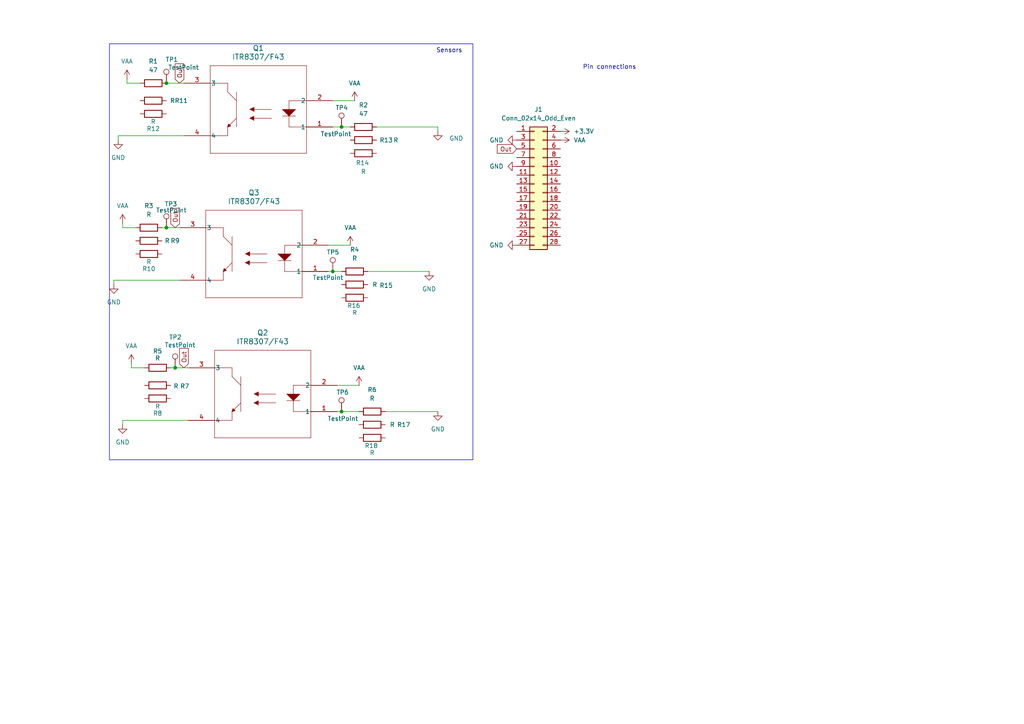
<source format=kicad_sch>
(kicad_sch
	(version 20231120)
	(generator "eeschema")
	(generator_version "8.0")
	(uuid "f786ff22-90d8-4898-890f-eafec23ff5af")
	(paper "A4")
	(lib_symbols
		(symbol "Connector:TestPoint"
			(pin_numbers hide)
			(pin_names
				(offset 0.762) hide)
			(exclude_from_sim no)
			(in_bom yes)
			(on_board yes)
			(property "Reference" "TP"
				(at 0 6.858 0)
				(effects
					(font
						(size 1.27 1.27)
					)
				)
			)
			(property "Value" "TestPoint"
				(at 0 5.08 0)
				(effects
					(font
						(size 1.27 1.27)
					)
				)
			)
			(property "Footprint" ""
				(at 5.08 0 0)
				(effects
					(font
						(size 1.27 1.27)
					)
					(hide yes)
				)
			)
			(property "Datasheet" "~"
				(at 5.08 0 0)
				(effects
					(font
						(size 1.27 1.27)
					)
					(hide yes)
				)
			)
			(property "Description" "test point"
				(at 0 0 0)
				(effects
					(font
						(size 1.27 1.27)
					)
					(hide yes)
				)
			)
			(property "ki_keywords" "test point tp"
				(at 0 0 0)
				(effects
					(font
						(size 1.27 1.27)
					)
					(hide yes)
				)
			)
			(property "ki_fp_filters" "Pin* Test*"
				(at 0 0 0)
				(effects
					(font
						(size 1.27 1.27)
					)
					(hide yes)
				)
			)
			(symbol "TestPoint_0_1"
				(circle
					(center 0 3.302)
					(radius 0.762)
					(stroke
						(width 0)
						(type default)
					)
					(fill
						(type none)
					)
				)
			)
			(symbol "TestPoint_1_1"
				(pin passive line
					(at 0 0 90)
					(length 2.54)
					(name "1"
						(effects
							(font
								(size 1.27 1.27)
							)
						)
					)
					(number "1"
						(effects
							(font
								(size 1.27 1.27)
							)
						)
					)
				)
			)
		)
		(symbol "Connector_Generic:Conn_02x14_Odd_Even"
			(pin_names
				(offset 1.016) hide)
			(exclude_from_sim no)
			(in_bom yes)
			(on_board yes)
			(property "Reference" "J"
				(at 1.27 17.78 0)
				(effects
					(font
						(size 1.27 1.27)
					)
				)
			)
			(property "Value" "Conn_02x14_Odd_Even"
				(at 1.27 -20.32 0)
				(effects
					(font
						(size 1.27 1.27)
					)
				)
			)
			(property "Footprint" ""
				(at 0 0 0)
				(effects
					(font
						(size 1.27 1.27)
					)
					(hide yes)
				)
			)
			(property "Datasheet" "~"
				(at 0 0 0)
				(effects
					(font
						(size 1.27 1.27)
					)
					(hide yes)
				)
			)
			(property "Description" "Generic connector, double row, 02x14, odd/even pin numbering scheme (row 1 odd numbers, row 2 even numbers), script generated (kicad-library-utils/schlib/autogen/connector/)"
				(at 0 0 0)
				(effects
					(font
						(size 1.27 1.27)
					)
					(hide yes)
				)
			)
			(property "ki_keywords" "connector"
				(at 0 0 0)
				(effects
					(font
						(size 1.27 1.27)
					)
					(hide yes)
				)
			)
			(property "ki_fp_filters" "Connector*:*_2x??_*"
				(at 0 0 0)
				(effects
					(font
						(size 1.27 1.27)
					)
					(hide yes)
				)
			)
			(symbol "Conn_02x14_Odd_Even_1_1"
				(rectangle
					(start -1.27 -17.653)
					(end 0 -17.907)
					(stroke
						(width 0.1524)
						(type default)
					)
					(fill
						(type none)
					)
				)
				(rectangle
					(start -1.27 -15.113)
					(end 0 -15.367)
					(stroke
						(width 0.1524)
						(type default)
					)
					(fill
						(type none)
					)
				)
				(rectangle
					(start -1.27 -12.573)
					(end 0 -12.827)
					(stroke
						(width 0.1524)
						(type default)
					)
					(fill
						(type none)
					)
				)
				(rectangle
					(start -1.27 -10.033)
					(end 0 -10.287)
					(stroke
						(width 0.1524)
						(type default)
					)
					(fill
						(type none)
					)
				)
				(rectangle
					(start -1.27 -7.493)
					(end 0 -7.747)
					(stroke
						(width 0.1524)
						(type default)
					)
					(fill
						(type none)
					)
				)
				(rectangle
					(start -1.27 -4.953)
					(end 0 -5.207)
					(stroke
						(width 0.1524)
						(type default)
					)
					(fill
						(type none)
					)
				)
				(rectangle
					(start -1.27 -2.413)
					(end 0 -2.667)
					(stroke
						(width 0.1524)
						(type default)
					)
					(fill
						(type none)
					)
				)
				(rectangle
					(start -1.27 0.127)
					(end 0 -0.127)
					(stroke
						(width 0.1524)
						(type default)
					)
					(fill
						(type none)
					)
				)
				(rectangle
					(start -1.27 2.667)
					(end 0 2.413)
					(stroke
						(width 0.1524)
						(type default)
					)
					(fill
						(type none)
					)
				)
				(rectangle
					(start -1.27 5.207)
					(end 0 4.953)
					(stroke
						(width 0.1524)
						(type default)
					)
					(fill
						(type none)
					)
				)
				(rectangle
					(start -1.27 7.747)
					(end 0 7.493)
					(stroke
						(width 0.1524)
						(type default)
					)
					(fill
						(type none)
					)
				)
				(rectangle
					(start -1.27 10.287)
					(end 0 10.033)
					(stroke
						(width 0.1524)
						(type default)
					)
					(fill
						(type none)
					)
				)
				(rectangle
					(start -1.27 12.827)
					(end 0 12.573)
					(stroke
						(width 0.1524)
						(type default)
					)
					(fill
						(type none)
					)
				)
				(rectangle
					(start -1.27 15.367)
					(end 0 15.113)
					(stroke
						(width 0.1524)
						(type default)
					)
					(fill
						(type none)
					)
				)
				(rectangle
					(start -1.27 16.51)
					(end 3.81 -19.05)
					(stroke
						(width 0.254)
						(type default)
					)
					(fill
						(type background)
					)
				)
				(rectangle
					(start 3.81 -17.653)
					(end 2.54 -17.907)
					(stroke
						(width 0.1524)
						(type default)
					)
					(fill
						(type none)
					)
				)
				(rectangle
					(start 3.81 -15.113)
					(end 2.54 -15.367)
					(stroke
						(width 0.1524)
						(type default)
					)
					(fill
						(type none)
					)
				)
				(rectangle
					(start 3.81 -12.573)
					(end 2.54 -12.827)
					(stroke
						(width 0.1524)
						(type default)
					)
					(fill
						(type none)
					)
				)
				(rectangle
					(start 3.81 -10.033)
					(end 2.54 -10.287)
					(stroke
						(width 0.1524)
						(type default)
					)
					(fill
						(type none)
					)
				)
				(rectangle
					(start 3.81 -7.493)
					(end 2.54 -7.747)
					(stroke
						(width 0.1524)
						(type default)
					)
					(fill
						(type none)
					)
				)
				(rectangle
					(start 3.81 -4.953)
					(end 2.54 -5.207)
					(stroke
						(width 0.1524)
						(type default)
					)
					(fill
						(type none)
					)
				)
				(rectangle
					(start 3.81 -2.413)
					(end 2.54 -2.667)
					(stroke
						(width 0.1524)
						(type default)
					)
					(fill
						(type none)
					)
				)
				(rectangle
					(start 3.81 0.127)
					(end 2.54 -0.127)
					(stroke
						(width 0.1524)
						(type default)
					)
					(fill
						(type none)
					)
				)
				(rectangle
					(start 3.81 2.667)
					(end 2.54 2.413)
					(stroke
						(width 0.1524)
						(type default)
					)
					(fill
						(type none)
					)
				)
				(rectangle
					(start 3.81 5.207)
					(end 2.54 4.953)
					(stroke
						(width 0.1524)
						(type default)
					)
					(fill
						(type none)
					)
				)
				(rectangle
					(start 3.81 7.747)
					(end 2.54 7.493)
					(stroke
						(width 0.1524)
						(type default)
					)
					(fill
						(type none)
					)
				)
				(rectangle
					(start 3.81 10.287)
					(end 2.54 10.033)
					(stroke
						(width 0.1524)
						(type default)
					)
					(fill
						(type none)
					)
				)
				(rectangle
					(start 3.81 12.827)
					(end 2.54 12.573)
					(stroke
						(width 0.1524)
						(type default)
					)
					(fill
						(type none)
					)
				)
				(rectangle
					(start 3.81 15.367)
					(end 2.54 15.113)
					(stroke
						(width 0.1524)
						(type default)
					)
					(fill
						(type none)
					)
				)
				(pin passive line
					(at -5.08 15.24 0)
					(length 3.81)
					(name "Pin_1"
						(effects
							(font
								(size 1.27 1.27)
							)
						)
					)
					(number "1"
						(effects
							(font
								(size 1.27 1.27)
							)
						)
					)
				)
				(pin passive line
					(at 7.62 5.08 180)
					(length 3.81)
					(name "Pin_10"
						(effects
							(font
								(size 1.27 1.27)
							)
						)
					)
					(number "10"
						(effects
							(font
								(size 1.27 1.27)
							)
						)
					)
				)
				(pin passive line
					(at -5.08 2.54 0)
					(length 3.81)
					(name "Pin_11"
						(effects
							(font
								(size 1.27 1.27)
							)
						)
					)
					(number "11"
						(effects
							(font
								(size 1.27 1.27)
							)
						)
					)
				)
				(pin passive line
					(at 7.62 2.54 180)
					(length 3.81)
					(name "Pin_12"
						(effects
							(font
								(size 1.27 1.27)
							)
						)
					)
					(number "12"
						(effects
							(font
								(size 1.27 1.27)
							)
						)
					)
				)
				(pin passive line
					(at -5.08 0 0)
					(length 3.81)
					(name "Pin_13"
						(effects
							(font
								(size 1.27 1.27)
							)
						)
					)
					(number "13"
						(effects
							(font
								(size 1.27 1.27)
							)
						)
					)
				)
				(pin passive line
					(at 7.62 0 180)
					(length 3.81)
					(name "Pin_14"
						(effects
							(font
								(size 1.27 1.27)
							)
						)
					)
					(number "14"
						(effects
							(font
								(size 1.27 1.27)
							)
						)
					)
				)
				(pin passive line
					(at -5.08 -2.54 0)
					(length 3.81)
					(name "Pin_15"
						(effects
							(font
								(size 1.27 1.27)
							)
						)
					)
					(number "15"
						(effects
							(font
								(size 1.27 1.27)
							)
						)
					)
				)
				(pin passive line
					(at 7.62 -2.54 180)
					(length 3.81)
					(name "Pin_16"
						(effects
							(font
								(size 1.27 1.27)
							)
						)
					)
					(number "16"
						(effects
							(font
								(size 1.27 1.27)
							)
						)
					)
				)
				(pin passive line
					(at -5.08 -5.08 0)
					(length 3.81)
					(name "Pin_17"
						(effects
							(font
								(size 1.27 1.27)
							)
						)
					)
					(number "17"
						(effects
							(font
								(size 1.27 1.27)
							)
						)
					)
				)
				(pin passive line
					(at 7.62 -5.08 180)
					(length 3.81)
					(name "Pin_18"
						(effects
							(font
								(size 1.27 1.27)
							)
						)
					)
					(number "18"
						(effects
							(font
								(size 1.27 1.27)
							)
						)
					)
				)
				(pin passive line
					(at -5.08 -7.62 0)
					(length 3.81)
					(name "Pin_19"
						(effects
							(font
								(size 1.27 1.27)
							)
						)
					)
					(number "19"
						(effects
							(font
								(size 1.27 1.27)
							)
						)
					)
				)
				(pin passive line
					(at 7.62 15.24 180)
					(length 3.81)
					(name "Pin_2"
						(effects
							(font
								(size 1.27 1.27)
							)
						)
					)
					(number "2"
						(effects
							(font
								(size 1.27 1.27)
							)
						)
					)
				)
				(pin passive line
					(at 7.62 -7.62 180)
					(length 3.81)
					(name "Pin_20"
						(effects
							(font
								(size 1.27 1.27)
							)
						)
					)
					(number "20"
						(effects
							(font
								(size 1.27 1.27)
							)
						)
					)
				)
				(pin passive line
					(at -5.08 -10.16 0)
					(length 3.81)
					(name "Pin_21"
						(effects
							(font
								(size 1.27 1.27)
							)
						)
					)
					(number "21"
						(effects
							(font
								(size 1.27 1.27)
							)
						)
					)
				)
				(pin passive line
					(at 7.62 -10.16 180)
					(length 3.81)
					(name "Pin_22"
						(effects
							(font
								(size 1.27 1.27)
							)
						)
					)
					(number "22"
						(effects
							(font
								(size 1.27 1.27)
							)
						)
					)
				)
				(pin passive line
					(at -5.08 -12.7 0)
					(length 3.81)
					(name "Pin_23"
						(effects
							(font
								(size 1.27 1.27)
							)
						)
					)
					(number "23"
						(effects
							(font
								(size 1.27 1.27)
							)
						)
					)
				)
				(pin passive line
					(at 7.62 -12.7 180)
					(length 3.81)
					(name "Pin_24"
						(effects
							(font
								(size 1.27 1.27)
							)
						)
					)
					(number "24"
						(effects
							(font
								(size 1.27 1.27)
							)
						)
					)
				)
				(pin passive line
					(at -5.08 -15.24 0)
					(length 3.81)
					(name "Pin_25"
						(effects
							(font
								(size 1.27 1.27)
							)
						)
					)
					(number "25"
						(effects
							(font
								(size 1.27 1.27)
							)
						)
					)
				)
				(pin passive line
					(at 7.62 -15.24 180)
					(length 3.81)
					(name "Pin_26"
						(effects
							(font
								(size 1.27 1.27)
							)
						)
					)
					(number "26"
						(effects
							(font
								(size 1.27 1.27)
							)
						)
					)
				)
				(pin passive line
					(at -5.08 -17.78 0)
					(length 3.81)
					(name "Pin_27"
						(effects
							(font
								(size 1.27 1.27)
							)
						)
					)
					(number "27"
						(effects
							(font
								(size 1.27 1.27)
							)
						)
					)
				)
				(pin passive line
					(at 7.62 -17.78 180)
					(length 3.81)
					(name "Pin_28"
						(effects
							(font
								(size 1.27 1.27)
							)
						)
					)
					(number "28"
						(effects
							(font
								(size 1.27 1.27)
							)
						)
					)
				)
				(pin passive line
					(at -5.08 12.7 0)
					(length 3.81)
					(name "Pin_3"
						(effects
							(font
								(size 1.27 1.27)
							)
						)
					)
					(number "3"
						(effects
							(font
								(size 1.27 1.27)
							)
						)
					)
				)
				(pin passive line
					(at 7.62 12.7 180)
					(length 3.81)
					(name "Pin_4"
						(effects
							(font
								(size 1.27 1.27)
							)
						)
					)
					(number "4"
						(effects
							(font
								(size 1.27 1.27)
							)
						)
					)
				)
				(pin passive line
					(at -5.08 10.16 0)
					(length 3.81)
					(name "Pin_5"
						(effects
							(font
								(size 1.27 1.27)
							)
						)
					)
					(number "5"
						(effects
							(font
								(size 1.27 1.27)
							)
						)
					)
				)
				(pin passive line
					(at 7.62 10.16 180)
					(length 3.81)
					(name "Pin_6"
						(effects
							(font
								(size 1.27 1.27)
							)
						)
					)
					(number "6"
						(effects
							(font
								(size 1.27 1.27)
							)
						)
					)
				)
				(pin passive line
					(at -5.08 7.62 0)
					(length 3.81)
					(name "Pin_7"
						(effects
							(font
								(size 1.27 1.27)
							)
						)
					)
					(number "7"
						(effects
							(font
								(size 1.27 1.27)
							)
						)
					)
				)
				(pin passive line
					(at 7.62 7.62 180)
					(length 3.81)
					(name "Pin_8"
						(effects
							(font
								(size 1.27 1.27)
							)
						)
					)
					(number "8"
						(effects
							(font
								(size 1.27 1.27)
							)
						)
					)
				)
				(pin passive line
					(at -5.08 5.08 0)
					(length 3.81)
					(name "Pin_9"
						(effects
							(font
								(size 1.27 1.27)
							)
						)
					)
					(number "9"
						(effects
							(font
								(size 1.27 1.27)
							)
						)
					)
				)
			)
		)
		(symbol "Device:R"
			(pin_numbers hide)
			(pin_names
				(offset 0)
			)
			(exclude_from_sim no)
			(in_bom yes)
			(on_board yes)
			(property "Reference" "R"
				(at 2.032 0 90)
				(effects
					(font
						(size 1.27 1.27)
					)
				)
			)
			(property "Value" "R"
				(at 0 0 90)
				(effects
					(font
						(size 1.27 1.27)
					)
				)
			)
			(property "Footprint" ""
				(at -1.778 0 90)
				(effects
					(font
						(size 1.27 1.27)
					)
					(hide yes)
				)
			)
			(property "Datasheet" "~"
				(at 0 0 0)
				(effects
					(font
						(size 1.27 1.27)
					)
					(hide yes)
				)
			)
			(property "Description" "Resistor"
				(at 0 0 0)
				(effects
					(font
						(size 1.27 1.27)
					)
					(hide yes)
				)
			)
			(property "ki_keywords" "R res resistor"
				(at 0 0 0)
				(effects
					(font
						(size 1.27 1.27)
					)
					(hide yes)
				)
			)
			(property "ki_fp_filters" "R_*"
				(at 0 0 0)
				(effects
					(font
						(size 1.27 1.27)
					)
					(hide yes)
				)
			)
			(symbol "R_0_1"
				(rectangle
					(start -1.016 -2.54)
					(end 1.016 2.54)
					(stroke
						(width 0.254)
						(type default)
					)
					(fill
						(type none)
					)
				)
			)
			(symbol "R_1_1"
				(pin passive line
					(at 0 3.81 270)
					(length 1.27)
					(name "~"
						(effects
							(font
								(size 1.27 1.27)
							)
						)
					)
					(number "1"
						(effects
							(font
								(size 1.27 1.27)
							)
						)
					)
				)
				(pin passive line
					(at 0 -3.81 90)
					(length 1.27)
					(name "~"
						(effects
							(font
								(size 1.27 1.27)
							)
						)
					)
					(number "2"
						(effects
							(font
								(size 1.27 1.27)
							)
						)
					)
				)
			)
		)
		(symbol "ITR8307/TR8:ITR8307_F43"
			(pin_names
				(offset 0.254)
			)
			(exclude_from_sim no)
			(in_bom yes)
			(on_board yes)
			(property "Reference" "Q"
				(at 22.86 17.78 0)
				(effects
					(font
						(size 1.524 1.524)
					)
				)
			)
			(property "Value" "ITR8307/F43"
				(at 22.86 17.78 0)
				(effects
					(font
						(size 1.524 1.524)
					)
				)
			)
			(property "Footprint" "ITR8307/F43_EVE"
				(at 0 0 0)
				(effects
					(font
						(size 1.27 1.27)
						(italic yes)
					)
					(hide yes)
				)
			)
			(property "Datasheet" "ITR8307/F43"
				(at 0 0 0)
				(effects
					(font
						(size 1.27 1.27)
						(italic yes)
					)
					(hide yes)
				)
			)
			(property "Description" ""
				(at 0 0 0)
				(effects
					(font
						(size 1.27 1.27)
					)
					(hide yes)
				)
			)
			(property "ki_locked" ""
				(at 0 0 0)
				(effects
					(font
						(size 1.27 1.27)
					)
				)
			)
			(property "ki_keywords" "ITR8307/F43"
				(at 0 0 0)
				(effects
					(font
						(size 1.27 1.27)
					)
					(hide yes)
				)
			)
			(property "ki_fp_filters" "ITR8307/F43_EVE"
				(at 0 0 0)
				(effects
					(font
						(size 1.27 1.27)
					)
					(hide yes)
				)
			)
			(symbol "ITR8307_F43_0_1"
				(polyline
					(pts
						(xy 7.62 -17.78) (xy 35.56 -17.78)
					)
					(stroke
						(width 0.127)
						(type default)
					)
					(fill
						(type none)
					)
				)
				(polyline
					(pts
						(xy 7.62 7.62) (xy 7.62 -17.78)
					)
					(stroke
						(width 0.127)
						(type default)
					)
					(fill
						(type none)
					)
				)
				(polyline
					(pts
						(xy 10.795 -3.175) (xy 14.605 -3.175)
					)
					(stroke
						(width 0.127)
						(type default)
					)
					(fill
						(type none)
					)
				)
				(polyline
					(pts
						(xy 12.7 -7.62) (xy 7.62 -7.62)
					)
					(stroke
						(width 0.127)
						(type default)
					)
					(fill
						(type none)
					)
				)
				(polyline
					(pts
						(xy 12.7 -7.62) (xy 12.7 0)
					)
					(stroke
						(width 0.127)
						(type default)
					)
					(fill
						(type none)
					)
				)
				(polyline
					(pts
						(xy 12.7 0) (xy 7.62 0)
					)
					(stroke
						(width 0.127)
						(type default)
					)
					(fill
						(type none)
					)
				)
				(polyline
					(pts
						(xy 17.78 -5.08) (xy 22.86 -5.08)
					)
					(stroke
						(width 0.127)
						(type default)
					)
					(fill
						(type none)
					)
				)
				(polyline
					(pts
						(xy 17.78 -2.54) (xy 22.86 -2.54)
					)
					(stroke
						(width 0.127)
						(type default)
					)
					(fill
						(type none)
					)
				)
				(polyline
					(pts
						(xy 27.94 -2.54) (xy 30.48 0)
					)
					(stroke
						(width 0.127)
						(type default)
					)
					(fill
						(type none)
					)
				)
				(polyline
					(pts
						(xy 27.94 0) (xy 27.94 -10.16)
					)
					(stroke
						(width 0.127)
						(type default)
					)
					(fill
						(type none)
					)
				)
				(polyline
					(pts
						(xy 30.48 -12.7) (xy 35.56 -12.7)
					)
					(stroke
						(width 0.127)
						(type default)
					)
					(fill
						(type none)
					)
				)
				(polyline
					(pts
						(xy 30.48 -10.16) (xy 27.94 -7.62)
					)
					(stroke
						(width 0.127)
						(type default)
					)
					(fill
						(type none)
					)
				)
				(polyline
					(pts
						(xy 30.48 -10.16) (xy 30.48 -12.7)
					)
					(stroke
						(width 0.127)
						(type default)
					)
					(fill
						(type none)
					)
				)
				(polyline
					(pts
						(xy 30.48 0) (xy 30.48 2.54)
					)
					(stroke
						(width 0.127)
						(type default)
					)
					(fill
						(type none)
					)
				)
				(polyline
					(pts
						(xy 35.56 -17.78) (xy 35.56 7.62)
					)
					(stroke
						(width 0.127)
						(type default)
					)
					(fill
						(type none)
					)
				)
				(polyline
					(pts
						(xy 35.56 2.54) (xy 30.48 2.54)
					)
					(stroke
						(width 0.127)
						(type default)
					)
					(fill
						(type none)
					)
				)
				(polyline
					(pts
						(xy 35.56 7.62) (xy 7.62 7.62)
					)
					(stroke
						(width 0.127)
						(type default)
					)
					(fill
						(type none)
					)
				)
				(polyline
					(pts
						(xy 24.1101 -5.0826) (xy 22.8401 -5.7176) (xy 22.8401 -4.4476)
					)
					(stroke
						(width 0)
						(type default)
					)
					(fill
						(type outline)
					)
				)
				(polyline
					(pts
						(xy 24.1499 -2.4986) (xy 22.8799 -3.1336) (xy 22.8799 -1.8636)
					)
					(stroke
						(width 0)
						(type default)
					)
					(fill
						(type outline)
					)
				)
				(polyline
					(pts
						(xy 14.605 -5.08) (xy 10.795 -5.08) (xy 12.7 -3.175) (xy 14.605 -5.08)
					)
					(stroke
						(width 0)
						(type default)
					)
					(fill
						(type outline)
					)
				)
				(polyline
					(pts
						(xy 30.4417 -0.0073) (xy 29.575 -0.2831) (xy 30.214 -0.8947) (xy 30.5314 0)
					)
					(stroke
						(width 0)
						(type default)
					)
					(fill
						(type outline)
					)
				)
				(pin unspecified line
					(at 0 0 0)
					(length 7.62)
					(name "1"
						(effects
							(font
								(size 1.27 1.27)
							)
						)
					)
					(number "1"
						(effects
							(font
								(size 1.27 1.27)
							)
						)
					)
				)
				(pin unspecified line
					(at 0 -7.62 0)
					(length 7.62)
					(name "2"
						(effects
							(font
								(size 1.27 1.27)
							)
						)
					)
					(number "2"
						(effects
							(font
								(size 1.27 1.27)
							)
						)
					)
				)
				(pin unspecified line
					(at 43.18 -12.7 180)
					(length 7.62)
					(name "3"
						(effects
							(font
								(size 1.27 1.27)
							)
						)
					)
					(number "3"
						(effects
							(font
								(size 1.27 1.27)
							)
						)
					)
				)
				(pin unspecified line
					(at 43.18 2.54 180)
					(length 7.62)
					(name "4"
						(effects
							(font
								(size 1.27 1.27)
							)
						)
					)
					(number "4"
						(effects
							(font
								(size 1.27 1.27)
							)
						)
					)
				)
			)
		)
		(symbol "power:+3.3V"
			(power)
			(pin_numbers hide)
			(pin_names
				(offset 0) hide)
			(exclude_from_sim no)
			(in_bom yes)
			(on_board yes)
			(property "Reference" "#PWR"
				(at 0 -3.81 0)
				(effects
					(font
						(size 1.27 1.27)
					)
					(hide yes)
				)
			)
			(property "Value" "+3.3V"
				(at 0 3.556 0)
				(effects
					(font
						(size 1.27 1.27)
					)
				)
			)
			(property "Footprint" ""
				(at 0 0 0)
				(effects
					(font
						(size 1.27 1.27)
					)
					(hide yes)
				)
			)
			(property "Datasheet" ""
				(at 0 0 0)
				(effects
					(font
						(size 1.27 1.27)
					)
					(hide yes)
				)
			)
			(property "Description" "Power symbol creates a global label with name \"+3.3V\""
				(at 0 0 0)
				(effects
					(font
						(size 1.27 1.27)
					)
					(hide yes)
				)
			)
			(property "ki_keywords" "global power"
				(at 0 0 0)
				(effects
					(font
						(size 1.27 1.27)
					)
					(hide yes)
				)
			)
			(symbol "+3.3V_0_1"
				(polyline
					(pts
						(xy -0.762 1.27) (xy 0 2.54)
					)
					(stroke
						(width 0)
						(type default)
					)
					(fill
						(type none)
					)
				)
				(polyline
					(pts
						(xy 0 0) (xy 0 2.54)
					)
					(stroke
						(width 0)
						(type default)
					)
					(fill
						(type none)
					)
				)
				(polyline
					(pts
						(xy 0 2.54) (xy 0.762 1.27)
					)
					(stroke
						(width 0)
						(type default)
					)
					(fill
						(type none)
					)
				)
			)
			(symbol "+3.3V_1_1"
				(pin power_in line
					(at 0 0 90)
					(length 0)
					(name "~"
						(effects
							(font
								(size 1.27 1.27)
							)
						)
					)
					(number "1"
						(effects
							(font
								(size 1.27 1.27)
							)
						)
					)
				)
			)
		)
		(symbol "power:GND"
			(power)
			(pin_numbers hide)
			(pin_names
				(offset 0) hide)
			(exclude_from_sim no)
			(in_bom yes)
			(on_board yes)
			(property "Reference" "#PWR"
				(at 0 -6.35 0)
				(effects
					(font
						(size 1.27 1.27)
					)
					(hide yes)
				)
			)
			(property "Value" "GND"
				(at 0 -3.81 0)
				(effects
					(font
						(size 1.27 1.27)
					)
				)
			)
			(property "Footprint" ""
				(at 0 0 0)
				(effects
					(font
						(size 1.27 1.27)
					)
					(hide yes)
				)
			)
			(property "Datasheet" ""
				(at 0 0 0)
				(effects
					(font
						(size 1.27 1.27)
					)
					(hide yes)
				)
			)
			(property "Description" "Power symbol creates a global label with name \"GND\" , ground"
				(at 0 0 0)
				(effects
					(font
						(size 1.27 1.27)
					)
					(hide yes)
				)
			)
			(property "ki_keywords" "global power"
				(at 0 0 0)
				(effects
					(font
						(size 1.27 1.27)
					)
					(hide yes)
				)
			)
			(symbol "GND_0_1"
				(polyline
					(pts
						(xy 0 0) (xy 0 -1.27) (xy 1.27 -1.27) (xy 0 -2.54) (xy -1.27 -1.27) (xy 0 -1.27)
					)
					(stroke
						(width 0)
						(type default)
					)
					(fill
						(type none)
					)
				)
			)
			(symbol "GND_1_1"
				(pin power_in line
					(at 0 0 270)
					(length 0)
					(name "~"
						(effects
							(font
								(size 1.27 1.27)
							)
						)
					)
					(number "1"
						(effects
							(font
								(size 1.27 1.27)
							)
						)
					)
				)
			)
		)
		(symbol "power:VAA"
			(power)
			(pin_numbers hide)
			(pin_names
				(offset 0) hide)
			(exclude_from_sim no)
			(in_bom yes)
			(on_board yes)
			(property "Reference" "#PWR"
				(at 0 -3.81 0)
				(effects
					(font
						(size 1.27 1.27)
					)
					(hide yes)
				)
			)
			(property "Value" "VAA"
				(at 0 3.556 0)
				(effects
					(font
						(size 1.27 1.27)
					)
				)
			)
			(property "Footprint" ""
				(at 0 0 0)
				(effects
					(font
						(size 1.27 1.27)
					)
					(hide yes)
				)
			)
			(property "Datasheet" ""
				(at 0 0 0)
				(effects
					(font
						(size 1.27 1.27)
					)
					(hide yes)
				)
			)
			(property "Description" "Power symbol creates a global label with name \"VAA\""
				(at 0 0 0)
				(effects
					(font
						(size 1.27 1.27)
					)
					(hide yes)
				)
			)
			(property "ki_keywords" "global power"
				(at 0 0 0)
				(effects
					(font
						(size 1.27 1.27)
					)
					(hide yes)
				)
			)
			(symbol "VAA_0_1"
				(polyline
					(pts
						(xy -0.762 1.27) (xy 0 2.54)
					)
					(stroke
						(width 0)
						(type default)
					)
					(fill
						(type none)
					)
				)
				(polyline
					(pts
						(xy 0 0) (xy 0 2.54)
					)
					(stroke
						(width 0)
						(type default)
					)
					(fill
						(type none)
					)
				)
				(polyline
					(pts
						(xy 0 2.54) (xy 0.762 1.27)
					)
					(stroke
						(width 0)
						(type default)
					)
					(fill
						(type none)
					)
				)
			)
			(symbol "VAA_1_1"
				(pin power_in line
					(at 0 0 90)
					(length 0)
					(name "~"
						(effects
							(font
								(size 1.27 1.27)
							)
						)
					)
					(number "1"
						(effects
							(font
								(size 1.27 1.27)
							)
						)
					)
				)
			)
		)
	)
	(junction
		(at 48.26 24.13)
		(diameter 0)
		(color 0 0 0 0)
		(uuid "490fc1a6-bb99-4502-b46c-727ff9aaf71c")
	)
	(junction
		(at 96.52 78.74)
		(diameter 0)
		(color 0 0 0 0)
		(uuid "7e0d9fce-3bb1-4659-95bc-98b1882ed28d")
	)
	(junction
		(at 50.8 106.68)
		(diameter 0)
		(color 0 0 0 0)
		(uuid "a4f465ff-0680-4a3f-9af2-333924b9e43b")
	)
	(junction
		(at 99.06 36.83)
		(diameter 0)
		(color 0 0 0 0)
		(uuid "da20a032-1eea-4f04-a26a-19fdd0b63800")
	)
	(junction
		(at 99.06 119.38)
		(diameter 0)
		(color 0 0 0 0)
		(uuid "e6487eb6-8d59-4efe-bb65-e51dd9aacf0b")
	)
	(junction
		(at 48.26 66.04)
		(diameter 0)
		(color 0 0 0 0)
		(uuid "f0682f56-f9bb-420e-8804-75436ed3bd80")
	)
	(wire
		(pts
			(xy 36.83 24.13) (xy 40.64 24.13)
		)
		(stroke
			(width 0)
			(type default)
		)
		(uuid "05b262ae-ed2d-4dc0-8467-27c230ee124c")
	)
	(wire
		(pts
			(xy 35.56 64.77) (xy 35.56 66.04)
		)
		(stroke
			(width 0)
			(type default)
		)
		(uuid "0778b26f-63dc-4871-8977-f727ffe05d36")
	)
	(wire
		(pts
			(xy 96.52 78.74) (xy 95.25 78.74)
		)
		(stroke
			(width 0)
			(type default)
		)
		(uuid "078eca90-9a1c-47f7-ba27-6b63c98adc2b")
	)
	(wire
		(pts
			(xy 49.53 106.68) (xy 50.8 106.68)
		)
		(stroke
			(width 0)
			(type default)
		)
		(uuid "10c91a96-5cd6-4a77-a1f1-bf31535b518e")
	)
	(wire
		(pts
			(xy 38.1 105.41) (xy 38.1 106.68)
		)
		(stroke
			(width 0)
			(type default)
		)
		(uuid "23a88fb2-4646-4fba-aee0-cefca9ac9f0c")
	)
	(wire
		(pts
			(xy 96.52 29.21) (xy 102.87 29.21)
		)
		(stroke
			(width 0)
			(type default)
		)
		(uuid "24e37c8a-115f-4534-aa92-95b01ad14e2d")
	)
	(wire
		(pts
			(xy 50.8 106.68) (xy 54.61 106.68)
		)
		(stroke
			(width 0)
			(type default)
		)
		(uuid "25b7933a-a843-49bc-9e16-80e38266f4a6")
	)
	(wire
		(pts
			(xy 36.83 22.86) (xy 36.83 24.13)
		)
		(stroke
			(width 0)
			(type default)
		)
		(uuid "2febff3c-9c00-4b6f-ba18-a4b904c180b5")
	)
	(wire
		(pts
			(xy 53.34 39.37) (xy 34.29 39.37)
		)
		(stroke
			(width 0)
			(type default)
		)
		(uuid "383d935d-ed83-42df-9c71-562275797c89")
	)
	(wire
		(pts
			(xy 97.79 111.76) (xy 104.14 111.76)
		)
		(stroke
			(width 0)
			(type default)
		)
		(uuid "3d176ad0-237a-4f1c-97c7-dbdd202c57e9")
	)
	(wire
		(pts
			(xy 99.06 119.38) (xy 97.79 119.38)
		)
		(stroke
			(width 0)
			(type default)
		)
		(uuid "4af8a944-ece5-446a-9a6d-c1433a43b901")
	)
	(wire
		(pts
			(xy 99.06 78.74) (xy 96.52 78.74)
		)
		(stroke
			(width 0)
			(type default)
		)
		(uuid "4c7ab701-58b2-4a3b-be09-77d89a3ffa69")
	)
	(wire
		(pts
			(xy 104.14 119.38) (xy 99.06 119.38)
		)
		(stroke
			(width 0)
			(type default)
		)
		(uuid "4e5bd45d-bd5c-4d00-9acf-a218d12e6cd4")
	)
	(wire
		(pts
			(xy 46.99 66.04) (xy 48.26 66.04)
		)
		(stroke
			(width 0)
			(type default)
		)
		(uuid "62571cba-88dd-4a89-b5e1-ac2757b249f7")
	)
	(wire
		(pts
			(xy 127 36.83) (xy 127 38.1)
		)
		(stroke
			(width 0)
			(type default)
		)
		(uuid "6d7ed0b4-ef2f-4d65-be73-a22a1d441476")
	)
	(wire
		(pts
			(xy 33.02 81.28) (xy 33.02 82.55)
		)
		(stroke
			(width 0)
			(type default)
		)
		(uuid "6eec1553-536f-48ed-bafc-2cfa578b047d")
	)
	(wire
		(pts
			(xy 124.46 78.74) (xy 106.68 78.74)
		)
		(stroke
			(width 0)
			(type default)
		)
		(uuid "7bbcd7a7-6b8b-42c1-9288-1c3a1e523025")
	)
	(wire
		(pts
			(xy 38.1 106.68) (xy 41.91 106.68)
		)
		(stroke
			(width 0)
			(type default)
		)
		(uuid "854ee324-fc21-49a5-bea3-83aec0ac698f")
	)
	(wire
		(pts
			(xy 95.25 71.12) (xy 101.6 71.12)
		)
		(stroke
			(width 0)
			(type default)
		)
		(uuid "86ef3dde-cb7d-42fd-ab8b-f52a364637d1")
	)
	(wire
		(pts
			(xy 48.26 66.04) (xy 52.07 66.04)
		)
		(stroke
			(width 0)
			(type default)
		)
		(uuid "9b70cae8-591f-49a8-b4fd-8883cd5834ba")
	)
	(wire
		(pts
			(xy 48.26 24.13) (xy 53.34 24.13)
		)
		(stroke
			(width 0)
			(type default)
		)
		(uuid "b34a312e-439b-4e82-8312-c5784535f865")
	)
	(wire
		(pts
			(xy 54.61 121.92) (xy 35.56 121.92)
		)
		(stroke
			(width 0)
			(type default)
		)
		(uuid "b4542439-03b6-4bc9-9055-517574bbd19e")
	)
	(wire
		(pts
			(xy 52.07 81.28) (xy 33.02 81.28)
		)
		(stroke
			(width 0)
			(type default)
		)
		(uuid "b8dbe9d1-cb1c-4438-b1ac-a783dfa96751")
	)
	(wire
		(pts
			(xy 35.56 66.04) (xy 39.37 66.04)
		)
		(stroke
			(width 0)
			(type default)
		)
		(uuid "b8f850c5-822a-4ff5-a4b5-ffa82016aad3")
	)
	(wire
		(pts
			(xy 127 36.83) (xy 109.22 36.83)
		)
		(stroke
			(width 0)
			(type default)
		)
		(uuid "d3bc5b46-ada4-4512-b149-9cb2c43ab531")
	)
	(wire
		(pts
			(xy 35.56 121.92) (xy 35.56 123.19)
		)
		(stroke
			(width 0)
			(type default)
		)
		(uuid "d9045798-12d2-45bd-a8b0-63aa52bb9af9")
	)
	(wire
		(pts
			(xy 99.06 36.83) (xy 96.52 36.83)
		)
		(stroke
			(width 0)
			(type default)
		)
		(uuid "d90c6442-a0e5-45d7-aaaa-4f919761c257")
	)
	(wire
		(pts
			(xy 101.6 36.83) (xy 99.06 36.83)
		)
		(stroke
			(width 0)
			(type default)
		)
		(uuid "e3f3a009-783b-49b5-9301-5f62047cc3e6")
	)
	(wire
		(pts
			(xy 127 119.38) (xy 111.76 119.38)
		)
		(stroke
			(width 0)
			(type default)
		)
		(uuid "f89636f3-69e6-40e1-93e8-58e8a0c7b290")
	)
	(wire
		(pts
			(xy 34.29 39.37) (xy 34.29 40.64)
		)
		(stroke
			(width 0)
			(type default)
		)
		(uuid "fcd9963d-99fc-403b-b750-ab8fd435018a")
	)
	(rectangle
		(start 31.75 12.7)
		(end 137.16 133.35)
		(stroke
			(width 0)
			(type default)
		)
		(fill
			(type none)
		)
		(uuid f4f72d3e-f166-4d78-80b9-70efc9da8e1f)
	)
	(text "Sensors"
		(exclude_from_sim no)
		(at 130.302 14.732 0)
		(effects
			(font
				(size 1.27 1.27)
			)
		)
		(uuid "08e0b4f8-a20e-4513-a46e-a24c30f4e045")
	)
	(text "Pin connections"
		(exclude_from_sim no)
		(at 176.784 19.558 0)
		(effects
			(font
				(size 1.27 1.27)
			)
		)
		(uuid "594dadcb-89b7-4309-838d-072eeea790be")
	)
	(global_label "Out"
		(shape input)
		(at 53.34 106.68 90)
		(fields_autoplaced yes)
		(effects
			(font
				(size 1.27 1.27)
			)
			(justify left)
		)
		(uuid "3a75d7a2-2275-4705-8459-74b87a37b499")
		(property "Intersheetrefs" "${INTERSHEET_REFS}"
			(at 53.34 100.4896 90)
			(effects
				(font
					(size 1.27 1.27)
				)
				(justify left)
				(hide yes)
			)
		)
	)
	(global_label "Out"
		(shape input)
		(at 52.07 24.13 90)
		(fields_autoplaced yes)
		(effects
			(font
				(size 1.27 1.27)
			)
			(justify left)
		)
		(uuid "42ea0b76-303d-474e-b5d4-1347bd86d542")
		(property "Intersheetrefs" "${INTERSHEET_REFS}"
			(at 52.07 17.9396 90)
			(effects
				(font
					(size 1.27 1.27)
				)
				(justify left)
				(hide yes)
			)
		)
	)
	(global_label "Out"
		(shape input)
		(at 50.8 66.04 90)
		(fields_autoplaced yes)
		(effects
			(font
				(size 1.27 1.27)
			)
			(justify left)
		)
		(uuid "cc254fea-deeb-44d4-aeb5-277b18e2b373")
		(property "Intersheetrefs" "${INTERSHEET_REFS}"
			(at 50.8 59.8496 90)
			(effects
				(font
					(size 1.27 1.27)
				)
				(justify left)
				(hide yes)
			)
		)
	)
	(global_label "Out"
		(shape input)
		(at 149.86 43.18 180)
		(fields_autoplaced yes)
		(effects
			(font
				(size 1.27 1.27)
			)
			(justify right)
		)
		(uuid "d2d00dbc-3781-4fe9-85aa-c728809ab73d")
		(property "Intersheetrefs" "${INTERSHEET_REFS}"
			(at 143.6696 43.18 0)
			(effects
				(font
					(size 1.27 1.27)
				)
				(justify right)
				(hide yes)
			)
		)
	)
	(symbol
		(lib_id "Device:R")
		(at 43.18 69.85 90)
		(unit 1)
		(exclude_from_sim no)
		(in_bom yes)
		(on_board yes)
		(dnp no)
		(uuid "0ee4aeee-3fe2-4160-bd1f-1649706fa458")
		(property "Reference" "R9"
			(at 50.8 69.85 90)
			(effects
				(font
					(size 1.27 1.27)
				)
			)
		)
		(property "Value" "R"
			(at 48.514 69.85 90)
			(effects
				(font
					(size 1.27 1.27)
				)
			)
		)
		(property "Footprint" ""
			(at 43.18 71.628 90)
			(effects
				(font
					(size 1.27 1.27)
				)
				(hide yes)
			)
		)
		(property "Datasheet" "~"
			(at 43.18 69.85 0)
			(effects
				(font
					(size 1.27 1.27)
				)
				(hide yes)
			)
		)
		(property "Description" "Resistor"
			(at 43.18 69.85 0)
			(effects
				(font
					(size 1.27 1.27)
				)
				(hide yes)
			)
		)
		(pin "1"
			(uuid "2cf37b42-6635-44fd-9474-9989c4838340")
		)
		(pin "2"
			(uuid "9adee791-a238-4e2d-a9da-0c521f8a9214")
		)
		(instances
			(project "EEE3088 Sensor Design"
				(path "/f786ff22-90d8-4898-890f-eafec23ff5af"
					(reference "R9")
					(unit 1)
				)
			)
		)
	)
	(symbol
		(lib_id "power:VAA")
		(at 162.56 40.64 270)
		(unit 1)
		(exclude_from_sim no)
		(in_bom yes)
		(on_board yes)
		(dnp no)
		(fields_autoplaced yes)
		(uuid "13bdf8ad-b9bf-4007-a47e-c3b3893fa234")
		(property "Reference" "#PWR017"
			(at 158.75 40.64 0)
			(effects
				(font
					(size 1.27 1.27)
				)
				(hide yes)
			)
		)
		(property "Value" "VAA"
			(at 166.37 40.6399 90)
			(effects
				(font
					(size 1.27 1.27)
				)
				(justify left)
			)
		)
		(property "Footprint" ""
			(at 162.56 40.64 0)
			(effects
				(font
					(size 1.27 1.27)
				)
				(hide yes)
			)
		)
		(property "Datasheet" ""
			(at 162.56 40.64 0)
			(effects
				(font
					(size 1.27 1.27)
				)
				(hide yes)
			)
		)
		(property "Description" "Power symbol creates a global label with name \"VAA\""
			(at 162.56 40.64 0)
			(effects
				(font
					(size 1.27 1.27)
				)
				(hide yes)
			)
		)
		(pin "1"
			(uuid "e6016b8a-f1c0-4b28-96ad-3e30e5a98d52")
		)
		(instances
			(project "EEE3088 Sensor Design"
				(path "/f786ff22-90d8-4898-890f-eafec23ff5af"
					(reference "#PWR017")
					(unit 1)
				)
			)
		)
	)
	(symbol
		(lib_id "power:GND")
		(at 35.56 123.19 0)
		(unit 1)
		(exclude_from_sim no)
		(in_bom yes)
		(on_board yes)
		(dnp no)
		(fields_autoplaced yes)
		(uuid "18a67320-5d4c-4220-b401-27c1701b9ef2")
		(property "Reference" "#PWR05"
			(at 35.56 129.54 0)
			(effects
				(font
					(size 1.27 1.27)
				)
				(hide yes)
			)
		)
		(property "Value" "GND"
			(at 35.56 128.27 0)
			(effects
				(font
					(size 1.27 1.27)
				)
			)
		)
		(property "Footprint" ""
			(at 35.56 123.19 0)
			(effects
				(font
					(size 1.27 1.27)
				)
				(hide yes)
			)
		)
		(property "Datasheet" ""
			(at 35.56 123.19 0)
			(effects
				(font
					(size 1.27 1.27)
				)
				(hide yes)
			)
		)
		(property "Description" "Power symbol creates a global label with name \"GND\" , ground"
			(at 35.56 123.19 0)
			(effects
				(font
					(size 1.27 1.27)
				)
				(hide yes)
			)
		)
		(pin "1"
			(uuid "46759ea2-586c-416f-b84f-756f9bdf7ca7")
		)
		(instances
			(project "EEE3088 Sensor Design"
				(path "/f786ff22-90d8-4898-890f-eafec23ff5af"
					(reference "#PWR05")
					(unit 1)
				)
			)
		)
	)
	(symbol
		(lib_id "power:VAA")
		(at 35.56 64.77 0)
		(unit 1)
		(exclude_from_sim no)
		(in_bom yes)
		(on_board yes)
		(dnp no)
		(fields_autoplaced yes)
		(uuid "1a8a41f1-428a-47eb-b43d-be2be7b1ec8a")
		(property "Reference" "#PWR010"
			(at 35.56 68.58 0)
			(effects
				(font
					(size 1.27 1.27)
				)
				(hide yes)
			)
		)
		(property "Value" "VAA"
			(at 35.56 59.69 0)
			(effects
				(font
					(size 1.27 1.27)
				)
			)
		)
		(property "Footprint" ""
			(at 35.56 64.77 0)
			(effects
				(font
					(size 1.27 1.27)
				)
				(hide yes)
			)
		)
		(property "Datasheet" ""
			(at 35.56 64.77 0)
			(effects
				(font
					(size 1.27 1.27)
				)
				(hide yes)
			)
		)
		(property "Description" "Power symbol creates a global label with name \"VAA\""
			(at 35.56 64.77 0)
			(effects
				(font
					(size 1.27 1.27)
				)
				(hide yes)
			)
		)
		(pin "1"
			(uuid "3ce5ed34-49c9-40e8-8cf4-2b6360ae5ebd")
		)
		(instances
			(project "EEE3088 Sensor Design"
				(path "/f786ff22-90d8-4898-890f-eafec23ff5af"
					(reference "#PWR010")
					(unit 1)
				)
			)
		)
	)
	(symbol
		(lib_id "power:GND")
		(at 149.86 71.12 270)
		(unit 1)
		(exclude_from_sim no)
		(in_bom yes)
		(on_board yes)
		(dnp no)
		(fields_autoplaced yes)
		(uuid "1e2e2d02-8e00-46f4-b119-4c72a1257258")
		(property "Reference" "#PWR015"
			(at 143.51 71.12 0)
			(effects
				(font
					(size 1.27 1.27)
				)
				(hide yes)
			)
		)
		(property "Value" "GND"
			(at 146.05 71.1199 90)
			(effects
				(font
					(size 1.27 1.27)
				)
				(justify right)
			)
		)
		(property "Footprint" ""
			(at 149.86 71.12 0)
			(effects
				(font
					(size 1.27 1.27)
				)
				(hide yes)
			)
		)
		(property "Datasheet" ""
			(at 149.86 71.12 0)
			(effects
				(font
					(size 1.27 1.27)
				)
				(hide yes)
			)
		)
		(property "Description" "Power symbol creates a global label with name \"GND\" , ground"
			(at 149.86 71.12 0)
			(effects
				(font
					(size 1.27 1.27)
				)
				(hide yes)
			)
		)
		(pin "1"
			(uuid "44851207-2ca7-4fcd-945b-143d696ea9e5")
		)
		(instances
			(project "EEE3088 Sensor Design"
				(path "/f786ff22-90d8-4898-890f-eafec23ff5af"
					(reference "#PWR015")
					(unit 1)
				)
			)
		)
	)
	(symbol
		(lib_id "Device:R")
		(at 107.95 123.19 90)
		(unit 1)
		(exclude_from_sim no)
		(in_bom yes)
		(on_board yes)
		(dnp no)
		(uuid "25a6d569-7f94-4e05-a098-b3d9eea7afa7")
		(property "Reference" "R17"
			(at 117.094 123.19 90)
			(effects
				(font
					(size 1.27 1.27)
				)
			)
		)
		(property "Value" "R"
			(at 113.792 123.19 90)
			(effects
				(font
					(size 1.27 1.27)
				)
			)
		)
		(property "Footprint" ""
			(at 107.95 124.968 90)
			(effects
				(font
					(size 1.27 1.27)
				)
				(hide yes)
			)
		)
		(property "Datasheet" "~"
			(at 107.95 123.19 0)
			(effects
				(font
					(size 1.27 1.27)
				)
				(hide yes)
			)
		)
		(property "Description" "Resistor"
			(at 107.95 123.19 0)
			(effects
				(font
					(size 1.27 1.27)
				)
				(hide yes)
			)
		)
		(pin "1"
			(uuid "8769ac1b-ec0a-4dcb-ad48-0f1616871412")
		)
		(pin "2"
			(uuid "10cffff8-2592-489e-b429-dbc814f7f248")
		)
		(instances
			(project "EEE3088 Sensor Design"
				(path "/f786ff22-90d8-4898-890f-eafec23ff5af"
					(reference "R17")
					(unit 1)
				)
			)
		)
	)
	(symbol
		(lib_id "Device:R")
		(at 44.45 33.02 90)
		(unit 1)
		(exclude_from_sim no)
		(in_bom yes)
		(on_board yes)
		(dnp no)
		(uuid "2b35f7ab-c38e-420f-8919-d95d343c205c")
		(property "Reference" "R12"
			(at 44.45 37.338 90)
			(effects
				(font
					(size 1.27 1.27)
				)
			)
		)
		(property "Value" "R"
			(at 44.45 35.306 90)
			(effects
				(font
					(size 1.27 1.27)
				)
			)
		)
		(property "Footprint" ""
			(at 44.45 34.798 90)
			(effects
				(font
					(size 1.27 1.27)
				)
				(hide yes)
			)
		)
		(property "Datasheet" "~"
			(at 44.45 33.02 0)
			(effects
				(font
					(size 1.27 1.27)
				)
				(hide yes)
			)
		)
		(property "Description" "Resistor"
			(at 44.45 33.02 0)
			(effects
				(font
					(size 1.27 1.27)
				)
				(hide yes)
			)
		)
		(pin "1"
			(uuid "cb7bcecf-8260-4fa3-b52b-ffdded5baa4c")
		)
		(pin "2"
			(uuid "acfd2621-974e-4dda-93b6-200283a627a2")
		)
		(instances
			(project "EEE3088 Sensor Design"
				(path "/f786ff22-90d8-4898-890f-eafec23ff5af"
					(reference "R12")
					(unit 1)
				)
			)
		)
	)
	(symbol
		(lib_id "power:GND")
		(at 127 119.38 0)
		(unit 1)
		(exclude_from_sim no)
		(in_bom yes)
		(on_board yes)
		(dnp no)
		(fields_autoplaced yes)
		(uuid "2c09e003-977e-4336-b012-163792947a03")
		(property "Reference" "#PWR08"
			(at 127 125.73 0)
			(effects
				(font
					(size 1.27 1.27)
				)
				(hide yes)
			)
		)
		(property "Value" "GND"
			(at 127 124.46 0)
			(effects
				(font
					(size 1.27 1.27)
				)
			)
		)
		(property "Footprint" ""
			(at 127 119.38 0)
			(effects
				(font
					(size 1.27 1.27)
				)
				(hide yes)
			)
		)
		(property "Datasheet" ""
			(at 127 119.38 0)
			(effects
				(font
					(size 1.27 1.27)
				)
				(hide yes)
			)
		)
		(property "Description" "Power symbol creates a global label with name \"GND\" , ground"
			(at 127 119.38 0)
			(effects
				(font
					(size 1.27 1.27)
				)
				(hide yes)
			)
		)
		(pin "1"
			(uuid "4f9fde61-9ef7-408e-afb1-d9c704ddca3d")
		)
		(instances
			(project "EEE3088 Sensor Design"
				(path "/f786ff22-90d8-4898-890f-eafec23ff5af"
					(reference "#PWR08")
					(unit 1)
				)
			)
		)
	)
	(symbol
		(lib_id "Device:R")
		(at 105.41 44.45 90)
		(unit 1)
		(exclude_from_sim no)
		(in_bom yes)
		(on_board yes)
		(dnp no)
		(uuid "3382df35-3974-4201-94ec-4b38aab95e1a")
		(property "Reference" "R14"
			(at 105.156 47.244 90)
			(effects
				(font
					(size 1.27 1.27)
				)
			)
		)
		(property "Value" "R"
			(at 105.41 49.784 90)
			(effects
				(font
					(size 1.27 1.27)
				)
			)
		)
		(property "Footprint" ""
			(at 105.41 46.228 90)
			(effects
				(font
					(size 1.27 1.27)
				)
				(hide yes)
			)
		)
		(property "Datasheet" "~"
			(at 105.41 44.45 0)
			(effects
				(font
					(size 1.27 1.27)
				)
				(hide yes)
			)
		)
		(property "Description" "Resistor"
			(at 105.41 44.45 0)
			(effects
				(font
					(size 1.27 1.27)
				)
				(hide yes)
			)
		)
		(pin "1"
			(uuid "399bda37-472b-40b7-8848-fcca75320ad2")
		)
		(pin "2"
			(uuid "a84be135-a7bf-4fb0-b592-088dff28014a")
		)
		(instances
			(project "EEE3088 Sensor Design"
				(path "/f786ff22-90d8-4898-890f-eafec23ff5af"
					(reference "R14")
					(unit 1)
				)
			)
		)
	)
	(symbol
		(lib_id "power:GND")
		(at 149.86 48.26 270)
		(unit 1)
		(exclude_from_sim no)
		(in_bom yes)
		(on_board yes)
		(dnp no)
		(fields_autoplaced yes)
		(uuid "435f3781-2918-4395-922c-37b1764fe25f")
		(property "Reference" "#PWR014"
			(at 143.51 48.26 0)
			(effects
				(font
					(size 1.27 1.27)
				)
				(hide yes)
			)
		)
		(property "Value" "GND"
			(at 146.05 48.2599 90)
			(effects
				(font
					(size 1.27 1.27)
				)
				(justify right)
			)
		)
		(property "Footprint" ""
			(at 149.86 48.26 0)
			(effects
				(font
					(size 1.27 1.27)
				)
				(hide yes)
			)
		)
		(property "Datasheet" ""
			(at 149.86 48.26 0)
			(effects
				(font
					(size 1.27 1.27)
				)
				(hide yes)
			)
		)
		(property "Description" "Power symbol creates a global label with name \"GND\" , ground"
			(at 149.86 48.26 0)
			(effects
				(font
					(size 1.27 1.27)
				)
				(hide yes)
			)
		)
		(pin "1"
			(uuid "55c9da50-6614-4193-b69c-e67e0e1437d9")
		)
		(instances
			(project "EEE3088 Sensor Design"
				(path "/f786ff22-90d8-4898-890f-eafec23ff5af"
					(reference "#PWR014")
					(unit 1)
				)
			)
		)
	)
	(symbol
		(lib_id "power:VAA")
		(at 38.1 105.41 0)
		(unit 1)
		(exclude_from_sim no)
		(in_bom yes)
		(on_board yes)
		(dnp no)
		(fields_autoplaced yes)
		(uuid "4851a040-4bcf-4a1a-afa4-35fdeafeec27")
		(property "Reference" "#PWR06"
			(at 38.1 109.22 0)
			(effects
				(font
					(size 1.27 1.27)
				)
				(hide yes)
			)
		)
		(property "Value" "VAA"
			(at 38.1 100.33 0)
			(effects
				(font
					(size 1.27 1.27)
				)
			)
		)
		(property "Footprint" ""
			(at 38.1 105.41 0)
			(effects
				(font
					(size 1.27 1.27)
				)
				(hide yes)
			)
		)
		(property "Datasheet" ""
			(at 38.1 105.41 0)
			(effects
				(font
					(size 1.27 1.27)
				)
				(hide yes)
			)
		)
		(property "Description" "Power symbol creates a global label with name \"VAA\""
			(at 38.1 105.41 0)
			(effects
				(font
					(size 1.27 1.27)
				)
				(hide yes)
			)
		)
		(pin "1"
			(uuid "5251865f-a67d-412f-851c-19cb489a526e")
		)
		(instances
			(project "EEE3088 Sensor Design"
				(path "/f786ff22-90d8-4898-890f-eafec23ff5af"
					(reference "#PWR06")
					(unit 1)
				)
			)
		)
	)
	(symbol
		(lib_id "Device:R")
		(at 102.87 78.74 90)
		(unit 1)
		(exclude_from_sim no)
		(in_bom yes)
		(on_board yes)
		(dnp no)
		(fields_autoplaced yes)
		(uuid "4be0ea93-cd55-4bc1-ad0c-08dd19f0d4aa")
		(property "Reference" "R4"
			(at 102.87 72.39 90)
			(effects
				(font
					(size 1.27 1.27)
				)
			)
		)
		(property "Value" "R"
			(at 102.87 74.93 90)
			(effects
				(font
					(size 1.27 1.27)
				)
			)
		)
		(property "Footprint" ""
			(at 102.87 80.518 90)
			(effects
				(font
					(size 1.27 1.27)
				)
				(hide yes)
			)
		)
		(property "Datasheet" "~"
			(at 102.87 78.74 0)
			(effects
				(font
					(size 1.27 1.27)
				)
				(hide yes)
			)
		)
		(property "Description" "Resistor"
			(at 102.87 78.74 0)
			(effects
				(font
					(size 1.27 1.27)
				)
				(hide yes)
			)
		)
		(pin "1"
			(uuid "ef588425-bcbf-44a5-81df-0356fd96e9e4")
		)
		(pin "2"
			(uuid "8d3e3d83-f145-4e05-b1f4-7771cec62bfd")
		)
		(instances
			(project "EEE3088 Sensor Design"
				(path "/f786ff22-90d8-4898-890f-eafec23ff5af"
					(reference "R4")
					(unit 1)
				)
			)
		)
	)
	(symbol
		(lib_id "ITR8307/TR8:ITR8307_F43")
		(at 97.79 119.38 180)
		(unit 1)
		(exclude_from_sim no)
		(in_bom yes)
		(on_board yes)
		(dnp no)
		(fields_autoplaced yes)
		(uuid "530efe73-a229-475f-976a-a71a7da6ac67")
		(property "Reference" "Q2"
			(at 76.2 96.52 0)
			(effects
				(font
					(size 1.524 1.524)
				)
			)
		)
		(property "Value" "ITR8307/F43"
			(at 76.2 99.06 0)
			(effects
				(font
					(size 1.524 1.524)
				)
			)
		)
		(property "Footprint" "ITR8307/F43_EVE"
			(at 97.79 119.38 0)
			(effects
				(font
					(size 1.27 1.27)
					(italic yes)
				)
				(hide yes)
			)
		)
		(property "Datasheet" "ITR8307/F43"
			(at 97.79 119.38 0)
			(effects
				(font
					(size 1.27 1.27)
					(italic yes)
				)
				(hide yes)
			)
		)
		(property "Description" ""
			(at 97.79 119.38 0)
			(effects
				(font
					(size 1.27 1.27)
				)
				(hide yes)
			)
		)
		(pin "3"
			(uuid "8170e429-87ce-4b26-959f-b01754d29b28")
		)
		(pin "1"
			(uuid "cdfff27b-7042-471c-9020-806ee3c74ad5")
		)
		(pin "4"
			(uuid "4b8ff0bf-dacb-4171-95ec-69ec75300e57")
		)
		(pin "2"
			(uuid "535ac931-e31a-4a9f-b85b-f8cbff8dce5c")
		)
		(instances
			(project "EEE3088 Sensor Design"
				(path "/f786ff22-90d8-4898-890f-eafec23ff5af"
					(reference "Q2")
					(unit 1)
				)
			)
		)
	)
	(symbol
		(lib_id "Connector_Generic:Conn_02x14_Odd_Even")
		(at 154.94 53.34 0)
		(unit 1)
		(exclude_from_sim no)
		(in_bom yes)
		(on_board yes)
		(dnp no)
		(fields_autoplaced yes)
		(uuid "5588199f-6328-4c8d-b8a2-3327c948b123")
		(property "Reference" "J1"
			(at 156.21 31.75 0)
			(effects
				(font
					(size 1.27 1.27)
				)
			)
		)
		(property "Value" "Conn_02x14_Odd_Even"
			(at 156.21 34.29 0)
			(effects
				(font
					(size 1.27 1.27)
				)
			)
		)
		(property "Footprint" ""
			(at 154.94 53.34 0)
			(effects
				(font
					(size 1.27 1.27)
				)
				(hide yes)
			)
		)
		(property "Datasheet" "~"
			(at 154.94 53.34 0)
			(effects
				(font
					(size 1.27 1.27)
				)
				(hide yes)
			)
		)
		(property "Description" "Generic connector, double row, 02x14, odd/even pin numbering scheme (row 1 odd numbers, row 2 even numbers), script generated (kicad-library-utils/schlib/autogen/connector/)"
			(at 154.94 53.34 0)
			(effects
				(font
					(size 1.27 1.27)
				)
				(hide yes)
			)
		)
		(pin "25"
			(uuid "f09da82e-6d6a-498a-9b3d-b95cf580f328")
		)
		(pin "22"
			(uuid "bb610295-454f-4473-a2af-1146e6b9300f")
		)
		(pin "21"
			(uuid "16f9de14-1acf-4f41-ad1c-4667bd64a1b2")
		)
		(pin "15"
			(uuid "a9b1e4db-2539-4710-8de9-3216ed5b5091")
		)
		(pin "23"
			(uuid "18b6145d-adc9-4165-a2a1-b9d09cb3e1cd")
		)
		(pin "16"
			(uuid "2e548991-1e29-42e2-a077-ffa6171ef1d0")
		)
		(pin "26"
			(uuid "ef7e6c7e-8ff0-46af-9200-65ab48bdcf3b")
		)
		(pin "2"
			(uuid "d35bee85-dddd-4227-a85c-70cfc33b74f3")
		)
		(pin "28"
			(uuid "1d45db86-7c99-4147-8ca5-1eadf17f4d68")
		)
		(pin "5"
			(uuid "c9adc0af-45d2-4c9a-b966-c2cee7b7beb8")
		)
		(pin "1"
			(uuid "3457f2f2-9f9a-4d7c-80a9-9a8ffc8016ea")
		)
		(pin "11"
			(uuid "8ffd9fe8-fa26-44e3-8d53-b825f5390607")
		)
		(pin "9"
			(uuid "b2176702-70de-4cc5-ba76-33da9c364799")
		)
		(pin "3"
			(uuid "d96a6e2c-850f-469c-badc-77d389eda12d")
		)
		(pin "8"
			(uuid "28b305c4-5a06-48a2-ad36-bf44ffbcd73e")
		)
		(pin "10"
			(uuid "14a0bc88-0c7c-41e5-bc78-1d9bcaa86640")
		)
		(pin "18"
			(uuid "a8fad560-8bd5-4bff-ae1a-972952e4b70b")
		)
		(pin "17"
			(uuid "36c413ee-da88-43f1-9f9f-c62d337defb3")
		)
		(pin "7"
			(uuid "e9f2c55f-8b1a-420e-bf8f-ff403a4d7592")
		)
		(pin "19"
			(uuid "a02475e4-9679-4c9f-9d88-18db38c538a1")
		)
		(pin "20"
			(uuid "716a09fe-6995-4b22-8155-36d0534fdc96")
		)
		(pin "4"
			(uuid "1b763860-27ca-436d-b7fc-5dc70ca65e52")
		)
		(pin "13"
			(uuid "c6814dbe-d498-4457-a0c7-773b18113c34")
		)
		(pin "27"
			(uuid "2d67e413-4dc0-474e-832e-0b911907a5a5")
		)
		(pin "14"
			(uuid "24855e29-087e-462f-8add-cc545280bf93")
		)
		(pin "24"
			(uuid "80c59cbb-87b4-4394-b0ea-4d6d5b008f48")
		)
		(pin "6"
			(uuid "953c3c98-ad56-4c0f-8aa1-b426800ba8f9")
		)
		(pin "12"
			(uuid "574d2b93-411e-4156-95f2-edbebe3666df")
		)
		(instances
			(project "EEE3088 Sensor Design"
				(path "/f786ff22-90d8-4898-890f-eafec23ff5af"
					(reference "J1")
					(unit 1)
				)
			)
		)
	)
	(symbol
		(lib_id "Device:R")
		(at 45.72 111.76 90)
		(unit 1)
		(exclude_from_sim no)
		(in_bom yes)
		(on_board yes)
		(dnp no)
		(uuid "55ed6e5e-5c16-4b8c-964e-199d4cfd48ee")
		(property "Reference" "R7"
			(at 53.594 112.014 90)
			(effects
				(font
					(size 1.27 1.27)
				)
			)
		)
		(property "Value" "R"
			(at 51.054 112.014 90)
			(effects
				(font
					(size 1.27 1.27)
				)
			)
		)
		(property "Footprint" ""
			(at 45.72 113.538 90)
			(effects
				(font
					(size 1.27 1.27)
				)
				(hide yes)
			)
		)
		(property "Datasheet" "~"
			(at 45.72 111.76 0)
			(effects
				(font
					(size 1.27 1.27)
				)
				(hide yes)
			)
		)
		(property "Description" "Resistor"
			(at 45.72 111.76 0)
			(effects
				(font
					(size 1.27 1.27)
				)
				(hide yes)
			)
		)
		(pin "1"
			(uuid "e6225ff1-b76b-4477-9a6b-bf98dc2b27bc")
		)
		(pin "2"
			(uuid "1cedcf59-e18b-4cae-833a-fc1ec5c677b4")
		)
		(instances
			(project "EEE3088 Sensor Design"
				(path "/f786ff22-90d8-4898-890f-eafec23ff5af"
					(reference "R7")
					(unit 1)
				)
			)
		)
	)
	(symbol
		(lib_id "power:VAA")
		(at 104.14 111.76 0)
		(unit 1)
		(exclude_from_sim no)
		(in_bom yes)
		(on_board yes)
		(dnp no)
		(fields_autoplaced yes)
		(uuid "56180f2e-fed6-4cc3-9d5b-a0278d1eeba8")
		(property "Reference" "#PWR07"
			(at 104.14 115.57 0)
			(effects
				(font
					(size 1.27 1.27)
				)
				(hide yes)
			)
		)
		(property "Value" "VAA"
			(at 104.14 106.68 0)
			(effects
				(font
					(size 1.27 1.27)
				)
			)
		)
		(property "Footprint" ""
			(at 104.14 111.76 0)
			(effects
				(font
					(size 1.27 1.27)
				)
				(hide yes)
			)
		)
		(property "Datasheet" ""
			(at 104.14 111.76 0)
			(effects
				(font
					(size 1.27 1.27)
				)
				(hide yes)
			)
		)
		(property "Description" "Power symbol creates a global label with name \"VAA\""
			(at 104.14 111.76 0)
			(effects
				(font
					(size 1.27 1.27)
				)
				(hide yes)
			)
		)
		(pin "1"
			(uuid "5e64f861-78fb-40fd-90f2-76e6786067e5")
		)
		(instances
			(project "EEE3088 Sensor Design"
				(path "/f786ff22-90d8-4898-890f-eafec23ff5af"
					(reference "#PWR07")
					(unit 1)
				)
			)
		)
	)
	(symbol
		(lib_id "Device:R")
		(at 102.87 82.55 90)
		(unit 1)
		(exclude_from_sim no)
		(in_bom yes)
		(on_board yes)
		(dnp no)
		(uuid "5b360e04-e529-4f19-a001-ccc42c9b428a")
		(property "Reference" "R15"
			(at 112.014 82.804 90)
			(effects
				(font
					(size 1.27 1.27)
				)
			)
		)
		(property "Value" "R"
			(at 108.712 82.55 90)
			(effects
				(font
					(size 1.27 1.27)
				)
			)
		)
		(property "Footprint" ""
			(at 102.87 84.328 90)
			(effects
				(font
					(size 1.27 1.27)
				)
				(hide yes)
			)
		)
		(property "Datasheet" "~"
			(at 102.87 82.55 0)
			(effects
				(font
					(size 1.27 1.27)
				)
				(hide yes)
			)
		)
		(property "Description" "Resistor"
			(at 102.87 82.55 0)
			(effects
				(font
					(size 1.27 1.27)
				)
				(hide yes)
			)
		)
		(pin "1"
			(uuid "97c0f246-ff4d-4cdd-8063-67c37e57e481")
		)
		(pin "2"
			(uuid "069a8767-cdea-4e96-8635-cef4b1278c9b")
		)
		(instances
			(project "EEE3088 Sensor Design"
				(path "/f786ff22-90d8-4898-890f-eafec23ff5af"
					(reference "R15")
					(unit 1)
				)
			)
		)
	)
	(symbol
		(lib_id "power:GND")
		(at 127 38.1 0)
		(unit 1)
		(exclude_from_sim no)
		(in_bom yes)
		(on_board yes)
		(dnp no)
		(uuid "68686945-a873-41a1-bd3b-5a0b15c76fc6")
		(property "Reference" "#PWR04"
			(at 127 44.45 0)
			(effects
				(font
					(size 1.27 1.27)
				)
				(hide yes)
			)
		)
		(property "Value" "GND"
			(at 132.334 40.132 0)
			(effects
				(font
					(size 1.27 1.27)
				)
			)
		)
		(property "Footprint" ""
			(at 127 38.1 0)
			(effects
				(font
					(size 1.27 1.27)
				)
				(hide yes)
			)
		)
		(property "Datasheet" ""
			(at 127 38.1 0)
			(effects
				(font
					(size 1.27 1.27)
				)
				(hide yes)
			)
		)
		(property "Description" "Power symbol creates a global label with name \"GND\" , ground"
			(at 127 38.1 0)
			(effects
				(font
					(size 1.27 1.27)
				)
				(hide yes)
			)
		)
		(pin "1"
			(uuid "23e8777b-188e-49f1-81e0-0be83806f8fc")
		)
		(instances
			(project "EEE3088 Sensor Design"
				(path "/f786ff22-90d8-4898-890f-eafec23ff5af"
					(reference "#PWR04")
					(unit 1)
				)
			)
		)
	)
	(symbol
		(lib_id "Connector:TestPoint")
		(at 50.8 106.68 0)
		(unit 1)
		(exclude_from_sim no)
		(in_bom yes)
		(on_board yes)
		(dnp no)
		(uuid "698e122a-8aed-4726-8bbe-b352b8d80c45")
		(property "Reference" "TP2"
			(at 49.022 97.79 0)
			(effects
				(font
					(size 1.27 1.27)
				)
				(justify left)
			)
		)
		(property "Value" "TestPoint"
			(at 47.752 100.076 0)
			(effects
				(font
					(size 1.27 1.27)
				)
				(justify left)
			)
		)
		(property "Footprint" ""
			(at 55.88 106.68 0)
			(effects
				(font
					(size 1.27 1.27)
				)
				(hide yes)
			)
		)
		(property "Datasheet" "~"
			(at 55.88 106.68 0)
			(effects
				(font
					(size 1.27 1.27)
				)
				(hide yes)
			)
		)
		(property "Description" "test point"
			(at 50.8 106.68 0)
			(effects
				(font
					(size 1.27 1.27)
				)
				(hide yes)
			)
		)
		(pin "1"
			(uuid "4a1760cd-37f7-4d1a-8c47-39eca0599e37")
		)
		(instances
			(project "EEE3088 Sensor Design"
				(path "/f786ff22-90d8-4898-890f-eafec23ff5af"
					(reference "TP2")
					(unit 1)
				)
			)
		)
	)
	(symbol
		(lib_id "power:GND")
		(at 34.29 40.64 0)
		(unit 1)
		(exclude_from_sim no)
		(in_bom yes)
		(on_board yes)
		(dnp no)
		(fields_autoplaced yes)
		(uuid "777f9bdb-e173-4ef7-b27d-c7d59fe4303b")
		(property "Reference" "#PWR01"
			(at 34.29 46.99 0)
			(effects
				(font
					(size 1.27 1.27)
				)
				(hide yes)
			)
		)
		(property "Value" "GND"
			(at 34.29 45.72 0)
			(effects
				(font
					(size 1.27 1.27)
				)
			)
		)
		(property "Footprint" ""
			(at 34.29 40.64 0)
			(effects
				(font
					(size 1.27 1.27)
				)
				(hide yes)
			)
		)
		(property "Datasheet" ""
			(at 34.29 40.64 0)
			(effects
				(font
					(size 1.27 1.27)
				)
				(hide yes)
			)
		)
		(property "Description" "Power symbol creates a global label with name \"GND\" , ground"
			(at 34.29 40.64 0)
			(effects
				(font
					(size 1.27 1.27)
				)
				(hide yes)
			)
		)
		(pin "1"
			(uuid "f9bb2c65-b605-4855-9fde-a97d23fe6520")
		)
		(instances
			(project "EEE3088 Sensor Design"
				(path "/f786ff22-90d8-4898-890f-eafec23ff5af"
					(reference "#PWR01")
					(unit 1)
				)
			)
		)
	)
	(symbol
		(lib_id "Device:R")
		(at 107.95 119.38 90)
		(unit 1)
		(exclude_from_sim no)
		(in_bom yes)
		(on_board yes)
		(dnp no)
		(fields_autoplaced yes)
		(uuid "785be43a-a3d3-4389-b084-bec17b075dba")
		(property "Reference" "R6"
			(at 107.95 113.03 90)
			(effects
				(font
					(size 1.27 1.27)
				)
			)
		)
		(property "Value" "R"
			(at 107.95 115.57 90)
			(effects
				(font
					(size 1.27 1.27)
				)
			)
		)
		(property "Footprint" ""
			(at 107.95 121.158 90)
			(effects
				(font
					(size 1.27 1.27)
				)
				(hide yes)
			)
		)
		(property "Datasheet" "~"
			(at 107.95 119.38 0)
			(effects
				(font
					(size 1.27 1.27)
				)
				(hide yes)
			)
		)
		(property "Description" "Resistor"
			(at 107.95 119.38 0)
			(effects
				(font
					(size 1.27 1.27)
				)
				(hide yes)
			)
		)
		(pin "1"
			(uuid "055ca31f-59ba-4f0c-989a-0d7eafcf5fc5")
		)
		(pin "2"
			(uuid "9a25e546-c11a-4067-9f84-f18db00c181f")
		)
		(instances
			(project "EEE3088 Sensor Design"
				(path "/f786ff22-90d8-4898-890f-eafec23ff5af"
					(reference "R6")
					(unit 1)
				)
			)
		)
	)
	(symbol
		(lib_id "ITR8307/TR8:ITR8307_F43")
		(at 96.52 36.83 180)
		(unit 1)
		(exclude_from_sim no)
		(in_bom yes)
		(on_board yes)
		(dnp no)
		(fields_autoplaced yes)
		(uuid "828dc9bf-f05d-47cf-b169-c50fd848f0c0")
		(property "Reference" "Q1"
			(at 74.93 13.97 0)
			(effects
				(font
					(size 1.524 1.524)
				)
			)
		)
		(property "Value" "ITR8307/F43"
			(at 74.93 16.51 0)
			(effects
				(font
					(size 1.524 1.524)
				)
			)
		)
		(property "Footprint" "ITR8307/F43_EVE"
			(at 96.52 36.83 0)
			(effects
				(font
					(size 1.27 1.27)
					(italic yes)
				)
				(hide yes)
			)
		)
		(property "Datasheet" "ITR8307/F43"
			(at 96.52 36.83 0)
			(effects
				(font
					(size 1.27 1.27)
					(italic yes)
				)
				(hide yes)
			)
		)
		(property "Description" ""
			(at 96.52 36.83 0)
			(effects
				(font
					(size 1.27 1.27)
				)
				(hide yes)
			)
		)
		(pin "3"
			(uuid "fcf00298-c703-437b-b690-5d314dd15850")
		)
		(pin "1"
			(uuid "d3a815b8-a940-4b03-bdcc-e6cc6c4d9fe5")
		)
		(pin "4"
			(uuid "1910cadc-d23d-45ad-97bd-504b355cb133")
		)
		(pin "2"
			(uuid "705c55bc-3055-4039-8079-8b3c8a4a0969")
		)
		(instances
			(project "EEE3088 Sensor Design"
				(path "/f786ff22-90d8-4898-890f-eafec23ff5af"
					(reference "Q1")
					(unit 1)
				)
			)
		)
	)
	(symbol
		(lib_id "Connector:TestPoint")
		(at 48.26 24.13 0)
		(unit 1)
		(exclude_from_sim no)
		(in_bom yes)
		(on_board yes)
		(dnp no)
		(uuid "85cf655c-3c25-4cb5-8326-21a6f0396243")
		(property "Reference" "TP1"
			(at 48.006 17.272 0)
			(effects
				(font
					(size 1.27 1.27)
				)
				(justify left)
			)
		)
		(property "Value" "TestPoint"
			(at 48.768 19.558 0)
			(effects
				(font
					(size 1.27 1.27)
				)
				(justify left)
			)
		)
		(property "Footprint" ""
			(at 53.34 24.13 0)
			(effects
				(font
					(size 1.27 1.27)
				)
				(hide yes)
			)
		)
		(property "Datasheet" "~"
			(at 53.34 24.13 0)
			(effects
				(font
					(size 1.27 1.27)
				)
				(hide yes)
			)
		)
		(property "Description" "test point"
			(at 48.26 24.13 0)
			(effects
				(font
					(size 1.27 1.27)
				)
				(hide yes)
			)
		)
		(pin "1"
			(uuid "ed4eacd4-fcd3-4167-9e08-f680d6715f08")
		)
		(instances
			(project "EEE3088 Sensor Design"
				(path "/f786ff22-90d8-4898-890f-eafec23ff5af"
					(reference "TP1")
					(unit 1)
				)
			)
		)
	)
	(symbol
		(lib_id "Device:R")
		(at 44.45 24.13 90)
		(unit 1)
		(exclude_from_sim no)
		(in_bom yes)
		(on_board yes)
		(dnp no)
		(fields_autoplaced yes)
		(uuid "8b930a6b-e89d-4763-890e-4818a0c61965")
		(property "Reference" "R1"
			(at 44.45 17.78 90)
			(effects
				(font
					(size 1.27 1.27)
				)
			)
		)
		(property "Value" "47"
			(at 44.45 20.32 90)
			(effects
				(font
					(size 1.27 1.27)
				)
			)
		)
		(property "Footprint" ""
			(at 44.45 25.908 90)
			(effects
				(font
					(size 1.27 1.27)
				)
				(hide yes)
			)
		)
		(property "Datasheet" "~"
			(at 44.45 24.13 0)
			(effects
				(font
					(size 1.27 1.27)
				)
				(hide yes)
			)
		)
		(property "Description" "Resistor"
			(at 44.45 24.13 0)
			(effects
				(font
					(size 1.27 1.27)
				)
				(hide yes)
			)
		)
		(pin "1"
			(uuid "c906641c-56df-487d-9a0e-d5350a047ae3")
		)
		(pin "2"
			(uuid "726398f9-9bd5-4892-b005-d43e74c64250")
		)
		(instances
			(project "EEE3088 Sensor Design"
				(path "/f786ff22-90d8-4898-890f-eafec23ff5af"
					(reference "R1")
					(unit 1)
				)
			)
		)
	)
	(symbol
		(lib_id "power:VAA")
		(at 101.6 71.12 0)
		(unit 1)
		(exclude_from_sim no)
		(in_bom yes)
		(on_board yes)
		(dnp no)
		(fields_autoplaced yes)
		(uuid "91d07e07-e3ce-43cc-a599-766b2fcee4dc")
		(property "Reference" "#PWR011"
			(at 101.6 74.93 0)
			(effects
				(font
					(size 1.27 1.27)
				)
				(hide yes)
			)
		)
		(property "Value" "VAA"
			(at 101.6 66.04 0)
			(effects
				(font
					(size 1.27 1.27)
				)
			)
		)
		(property "Footprint" ""
			(at 101.6 71.12 0)
			(effects
				(font
					(size 1.27 1.27)
				)
				(hide yes)
			)
		)
		(property "Datasheet" ""
			(at 101.6 71.12 0)
			(effects
				(font
					(size 1.27 1.27)
				)
				(hide yes)
			)
		)
		(property "Description" "Power symbol creates a global label with name \"VAA\""
			(at 101.6 71.12 0)
			(effects
				(font
					(size 1.27 1.27)
				)
				(hide yes)
			)
		)
		(pin "1"
			(uuid "9798dfe3-f519-4aa7-9b73-bcbb6a3f9b1e")
		)
		(instances
			(project "EEE3088 Sensor Design"
				(path "/f786ff22-90d8-4898-890f-eafec23ff5af"
					(reference "#PWR011")
					(unit 1)
				)
			)
		)
	)
	(symbol
		(lib_id "power:GND")
		(at 33.02 82.55 0)
		(unit 1)
		(exclude_from_sim no)
		(in_bom yes)
		(on_board yes)
		(dnp no)
		(fields_autoplaced yes)
		(uuid "9c61dbe3-9cab-4ec2-a604-02d981cf4870")
		(property "Reference" "#PWR09"
			(at 33.02 88.9 0)
			(effects
				(font
					(size 1.27 1.27)
				)
				(hide yes)
			)
		)
		(property "Value" "GND"
			(at 33.02 87.63 0)
			(effects
				(font
					(size 1.27 1.27)
				)
			)
		)
		(property "Footprint" ""
			(at 33.02 82.55 0)
			(effects
				(font
					(size 1.27 1.27)
				)
				(hide yes)
			)
		)
		(property "Datasheet" ""
			(at 33.02 82.55 0)
			(effects
				(font
					(size 1.27 1.27)
				)
				(hide yes)
			)
		)
		(property "Description" "Power symbol creates a global label with name \"GND\" , ground"
			(at 33.02 82.55 0)
			(effects
				(font
					(size 1.27 1.27)
				)
				(hide yes)
			)
		)
		(pin "1"
			(uuid "332582c0-53a4-45f0-899d-aeb4db05a8c6")
		)
		(instances
			(project "EEE3088 Sensor Design"
				(path "/f786ff22-90d8-4898-890f-eafec23ff5af"
					(reference "#PWR09")
					(unit 1)
				)
			)
		)
	)
	(symbol
		(lib_id "power:+3.3V")
		(at 162.56 38.1 270)
		(unit 1)
		(exclude_from_sim no)
		(in_bom yes)
		(on_board yes)
		(dnp no)
		(fields_autoplaced yes)
		(uuid "9f819137-4d31-4b29-acc8-102d763e1d86")
		(property "Reference" "#PWR016"
			(at 158.75 38.1 0)
			(effects
				(font
					(size 1.27 1.27)
				)
				(hide yes)
			)
		)
		(property "Value" "+3.3V"
			(at 166.37 38.0999 90)
			(effects
				(font
					(size 1.27 1.27)
				)
				(justify left)
			)
		)
		(property "Footprint" ""
			(at 162.56 38.1 0)
			(effects
				(font
					(size 1.27 1.27)
				)
				(hide yes)
			)
		)
		(property "Datasheet" ""
			(at 162.56 38.1 0)
			(effects
				(font
					(size 1.27 1.27)
				)
				(hide yes)
			)
		)
		(property "Description" "Power symbol creates a global label with name \"+3.3V\""
			(at 162.56 38.1 0)
			(effects
				(font
					(size 1.27 1.27)
				)
				(hide yes)
			)
		)
		(pin "1"
			(uuid "8b4afc3e-aad4-41e1-ac3e-7fdda49a9dc0")
		)
		(instances
			(project "EEE3088 Sensor Design"
				(path "/f786ff22-90d8-4898-890f-eafec23ff5af"
					(reference "#PWR016")
					(unit 1)
				)
			)
		)
	)
	(symbol
		(lib_id "power:VAA")
		(at 102.87 29.21 0)
		(unit 1)
		(exclude_from_sim no)
		(in_bom yes)
		(on_board yes)
		(dnp no)
		(fields_autoplaced yes)
		(uuid "a0feedf5-5912-48cc-a367-23863e93278b")
		(property "Reference" "#PWR03"
			(at 102.87 33.02 0)
			(effects
				(font
					(size 1.27 1.27)
				)
				(hide yes)
			)
		)
		(property "Value" "VAA"
			(at 102.87 24.13 0)
			(effects
				(font
					(size 1.27 1.27)
				)
			)
		)
		(property "Footprint" ""
			(at 102.87 29.21 0)
			(effects
				(font
					(size 1.27 1.27)
				)
				(hide yes)
			)
		)
		(property "Datasheet" ""
			(at 102.87 29.21 0)
			(effects
				(font
					(size 1.27 1.27)
				)
				(hide yes)
			)
		)
		(property "Description" "Power symbol creates a global label with name \"VAA\""
			(at 102.87 29.21 0)
			(effects
				(font
					(size 1.27 1.27)
				)
				(hide yes)
			)
		)
		(pin "1"
			(uuid "59f0c4b9-44d9-4f80-88c0-8578e04375fb")
		)
		(instances
			(project "EEE3088 Sensor Design"
				(path "/f786ff22-90d8-4898-890f-eafec23ff5af"
					(reference "#PWR03")
					(unit 1)
				)
			)
		)
	)
	(symbol
		(lib_id "Device:R")
		(at 105.41 40.64 90)
		(unit 1)
		(exclude_from_sim no)
		(in_bom yes)
		(on_board yes)
		(dnp no)
		(uuid "a1da3a37-2774-42f3-8544-b88814f0cec8")
		(property "Reference" "R13"
			(at 112.014 40.64 90)
			(effects
				(font
					(size 1.27 1.27)
				)
			)
		)
		(property "Value" "R"
			(at 114.808 40.64 90)
			(effects
				(font
					(size 1.27 1.27)
				)
			)
		)
		(property "Footprint" ""
			(at 105.41 42.418 90)
			(effects
				(font
					(size 1.27 1.27)
				)
				(hide yes)
			)
		)
		(property "Datasheet" "~"
			(at 105.41 40.64 0)
			(effects
				(font
					(size 1.27 1.27)
				)
				(hide yes)
			)
		)
		(property "Description" "Resistor"
			(at 105.41 40.64 0)
			(effects
				(font
					(size 1.27 1.27)
				)
				(hide yes)
			)
		)
		(pin "1"
			(uuid "fbcecf23-46a9-405d-a46f-de5cd16a783a")
		)
		(pin "2"
			(uuid "eb3e2095-6339-4287-9de4-f3e44f51e08d")
		)
		(instances
			(project "EEE3088 Sensor Design"
				(path "/f786ff22-90d8-4898-890f-eafec23ff5af"
					(reference "R13")
					(unit 1)
				)
			)
		)
	)
	(symbol
		(lib_id "power:GND")
		(at 149.86 40.64 270)
		(unit 1)
		(exclude_from_sim no)
		(in_bom yes)
		(on_board yes)
		(dnp no)
		(fields_autoplaced yes)
		(uuid "adc2d2e9-356d-456e-a1b4-c80c5c05e566")
		(property "Reference" "#PWR013"
			(at 143.51 40.64 0)
			(effects
				(font
					(size 1.27 1.27)
				)
				(hide yes)
			)
		)
		(property "Value" "GND"
			(at 146.05 40.6399 90)
			(effects
				(font
					(size 1.27 1.27)
				)
				(justify right)
			)
		)
		(property "Footprint" ""
			(at 149.86 40.64 0)
			(effects
				(font
					(size 1.27 1.27)
				)
				(hide yes)
			)
		)
		(property "Datasheet" ""
			(at 149.86 40.64 0)
			(effects
				(font
					(size 1.27 1.27)
				)
				(hide yes)
			)
		)
		(property "Description" "Power symbol creates a global label with name \"GND\" , ground"
			(at 149.86 40.64 0)
			(effects
				(font
					(size 1.27 1.27)
				)
				(hide yes)
			)
		)
		(pin "1"
			(uuid "bc5669a2-ff2c-44e6-ada4-0c1eef29ff3c")
		)
		(instances
			(project "EEE3088 Sensor Design"
				(path "/f786ff22-90d8-4898-890f-eafec23ff5af"
					(reference "#PWR013")
					(unit 1)
				)
			)
		)
	)
	(symbol
		(lib_id "Device:R")
		(at 43.18 73.66 90)
		(unit 1)
		(exclude_from_sim no)
		(in_bom yes)
		(on_board yes)
		(dnp no)
		(uuid "b0ac7817-cf6c-4731-831c-1e553e92fb67")
		(property "Reference" "R10"
			(at 43.18 77.978 90)
			(effects
				(font
					(size 1.27 1.27)
				)
			)
		)
		(property "Value" "R"
			(at 43.18 75.946 90)
			(effects
				(font
					(size 1.27 1.27)
				)
			)
		)
		(property "Footprint" ""
			(at 43.18 75.438 90)
			(effects
				(font
					(size 1.27 1.27)
				)
				(hide yes)
			)
		)
		(property "Datasheet" "~"
			(at 43.18 73.66 0)
			(effects
				(font
					(size 1.27 1.27)
				)
				(hide yes)
			)
		)
		(property "Description" "Resistor"
			(at 43.18 73.66 0)
			(effects
				(font
					(size 1.27 1.27)
				)
				(hide yes)
			)
		)
		(pin "1"
			(uuid "5d16c327-57d2-471a-a0c9-5a1bcf7d5343")
		)
		(pin "2"
			(uuid "d74aa175-235c-4464-b207-7e56583ef0d2")
		)
		(instances
			(project "EEE3088 Sensor Design"
				(path "/f786ff22-90d8-4898-890f-eafec23ff5af"
					(reference "R10")
					(unit 1)
				)
			)
		)
	)
	(symbol
		(lib_id "Connector:TestPoint")
		(at 99.06 119.38 0)
		(unit 1)
		(exclude_from_sim no)
		(in_bom yes)
		(on_board yes)
		(dnp no)
		(uuid "bd1abc6f-198a-44fa-9f7f-b459e8383874")
		(property "Reference" "TP6"
			(at 97.536 113.792 0)
			(effects
				(font
					(size 1.27 1.27)
				)
				(justify left)
			)
		)
		(property "Value" "TestPoint"
			(at 94.996 121.412 0)
			(effects
				(font
					(size 1.27 1.27)
				)
				(justify left)
			)
		)
		(property "Footprint" ""
			(at 104.14 119.38 0)
			(effects
				(font
					(size 1.27 1.27)
				)
				(hide yes)
			)
		)
		(property "Datasheet" "~"
			(at 104.14 119.38 0)
			(effects
				(font
					(size 1.27 1.27)
				)
				(hide yes)
			)
		)
		(property "Description" "test point"
			(at 99.06 119.38 0)
			(effects
				(font
					(size 1.27 1.27)
				)
				(hide yes)
			)
		)
		(pin "1"
			(uuid "97b2d65c-5eac-4e1a-b706-6c60b752e2c8")
		)
		(instances
			(project "EEE3088 Sensor Design"
				(path "/f786ff22-90d8-4898-890f-eafec23ff5af"
					(reference "TP6")
					(unit 1)
				)
			)
		)
	)
	(symbol
		(lib_id "Connector:TestPoint")
		(at 99.06 36.83 0)
		(unit 1)
		(exclude_from_sim no)
		(in_bom yes)
		(on_board yes)
		(dnp no)
		(uuid "c4e83059-65ba-4fa5-ba39-7d507ad2a600")
		(property "Reference" "TP4"
			(at 97.282 31.242 0)
			(effects
				(font
					(size 1.27 1.27)
				)
				(justify left)
			)
		)
		(property "Value" "TestPoint"
			(at 92.964 38.862 0)
			(effects
				(font
					(size 1.27 1.27)
				)
				(justify left)
			)
		)
		(property "Footprint" ""
			(at 104.14 36.83 0)
			(effects
				(font
					(size 1.27 1.27)
				)
				(hide yes)
			)
		)
		(property "Datasheet" "~"
			(at 104.14 36.83 0)
			(effects
				(font
					(size 1.27 1.27)
				)
				(hide yes)
			)
		)
		(property "Description" "test point"
			(at 99.06 36.83 0)
			(effects
				(font
					(size 1.27 1.27)
				)
				(hide yes)
			)
		)
		(pin "1"
			(uuid "b23852e4-6655-422a-8f89-2e9329d92fdb")
		)
		(instances
			(project "EEE3088 Sensor Design"
				(path "/f786ff22-90d8-4898-890f-eafec23ff5af"
					(reference "TP4")
					(unit 1)
				)
			)
		)
	)
	(symbol
		(lib_id "Connector:TestPoint")
		(at 48.26 66.04 0)
		(unit 1)
		(exclude_from_sim no)
		(in_bom yes)
		(on_board yes)
		(dnp no)
		(uuid "c946cb78-1c57-4604-b4fe-7541b68610d6")
		(property "Reference" "TP3"
			(at 47.752 59.182 0)
			(effects
				(font
					(size 1.27 1.27)
				)
				(justify left)
			)
		)
		(property "Value" "TestPoint"
			(at 45.212 60.96 0)
			(effects
				(font
					(size 1.27 1.27)
				)
				(justify left)
			)
		)
		(property "Footprint" ""
			(at 53.34 66.04 0)
			(effects
				(font
					(size 1.27 1.27)
				)
				(hide yes)
			)
		)
		(property "Datasheet" "~"
			(at 53.34 66.04 0)
			(effects
				(font
					(size 1.27 1.27)
				)
				(hide yes)
			)
		)
		(property "Description" "test point"
			(at 48.26 66.04 0)
			(effects
				(font
					(size 1.27 1.27)
				)
				(hide yes)
			)
		)
		(pin "1"
			(uuid "7979938e-627d-402a-b649-d0797644fb8b")
		)
		(instances
			(project "EEE3088 Sensor Design"
				(path "/f786ff22-90d8-4898-890f-eafec23ff5af"
					(reference "TP3")
					(unit 1)
				)
			)
		)
	)
	(symbol
		(lib_id "Device:R")
		(at 102.87 86.36 90)
		(unit 1)
		(exclude_from_sim no)
		(in_bom yes)
		(on_board yes)
		(dnp no)
		(uuid "ccaa1ef2-b885-416e-8333-b2ba003cacaf")
		(property "Reference" "R16"
			(at 102.616 88.646 90)
			(effects
				(font
					(size 1.27 1.27)
				)
			)
		)
		(property "Value" "R"
			(at 102.87 90.678 90)
			(effects
				(font
					(size 1.27 1.27)
				)
			)
		)
		(property "Footprint" ""
			(at 102.87 88.138 90)
			(effects
				(font
					(size 1.27 1.27)
				)
				(hide yes)
			)
		)
		(property "Datasheet" "~"
			(at 102.87 86.36 0)
			(effects
				(font
					(size 1.27 1.27)
				)
				(hide yes)
			)
		)
		(property "Description" "Resistor"
			(at 102.87 86.36 0)
			(effects
				(font
					(size 1.27 1.27)
				)
				(hide yes)
			)
		)
		(pin "1"
			(uuid "2d67587f-f8ef-4200-8b99-cdda49be8ad5")
		)
		(pin "2"
			(uuid "f35968aa-e86c-46ac-bbf8-c7af737d28d3")
		)
		(instances
			(project "EEE3088 Sensor Design"
				(path "/f786ff22-90d8-4898-890f-eafec23ff5af"
					(reference "R16")
					(unit 1)
				)
			)
		)
	)
	(symbol
		(lib_id "ITR8307/TR8:ITR8307_F43")
		(at 95.25 78.74 180)
		(unit 1)
		(exclude_from_sim no)
		(in_bom yes)
		(on_board yes)
		(dnp no)
		(fields_autoplaced yes)
		(uuid "cfce6412-475f-4db5-a495-65863910fd06")
		(property "Reference" "Q3"
			(at 73.66 55.88 0)
			(effects
				(font
					(size 1.524 1.524)
				)
			)
		)
		(property "Value" "ITR8307/F43"
			(at 73.66 58.42 0)
			(effects
				(font
					(size 1.524 1.524)
				)
			)
		)
		(property "Footprint" "ITR8307/F43_EVE"
			(at 95.25 78.74 0)
			(effects
				(font
					(size 1.27 1.27)
					(italic yes)
				)
				(hide yes)
			)
		)
		(property "Datasheet" "ITR8307/F43"
			(at 95.25 78.74 0)
			(effects
				(font
					(size 1.27 1.27)
					(italic yes)
				)
				(hide yes)
			)
		)
		(property "Description" ""
			(at 95.25 78.74 0)
			(effects
				(font
					(size 1.27 1.27)
				)
				(hide yes)
			)
		)
		(pin "3"
			(uuid "635676d4-5c96-4777-ad85-ea80f23cf8e3")
		)
		(pin "1"
			(uuid "bc2c5469-2c5a-431e-afed-48bc7a420063")
		)
		(pin "4"
			(uuid "f16de74f-4f0a-4ef8-a9d4-135430cac09d")
		)
		(pin "2"
			(uuid "5995b382-fe1f-4411-b4c4-92132a83f1b8")
		)
		(instances
			(project "EEE3088 Sensor Design"
				(path "/f786ff22-90d8-4898-890f-eafec23ff5af"
					(reference "Q3")
					(unit 1)
				)
			)
		)
	)
	(symbol
		(lib_id "Device:R")
		(at 43.18 66.04 90)
		(unit 1)
		(exclude_from_sim no)
		(in_bom yes)
		(on_board yes)
		(dnp no)
		(fields_autoplaced yes)
		(uuid "d03f22b2-b0e5-4023-9112-e71a83767d39")
		(property "Reference" "R3"
			(at 43.18 59.69 90)
			(effects
				(font
					(size 1.27 1.27)
				)
			)
		)
		(property "Value" "R"
			(at 43.18 62.23 90)
			(effects
				(font
					(size 1.27 1.27)
				)
			)
		)
		(property "Footprint" ""
			(at 43.18 67.818 90)
			(effects
				(font
					(size 1.27 1.27)
				)
				(hide yes)
			)
		)
		(property "Datasheet" "~"
			(at 43.18 66.04 0)
			(effects
				(font
					(size 1.27 1.27)
				)
				(hide yes)
			)
		)
		(property "Description" "Resistor"
			(at 43.18 66.04 0)
			(effects
				(font
					(size 1.27 1.27)
				)
				(hide yes)
			)
		)
		(pin "1"
			(uuid "7364f68a-e8ee-45ba-aca2-90f1148cf1d9")
		)
		(pin "2"
			(uuid "e0620cec-f391-4eb2-8949-aa8c2f7a2224")
		)
		(instances
			(project "EEE3088 Sensor Design"
				(path "/f786ff22-90d8-4898-890f-eafec23ff5af"
					(reference "R3")
					(unit 1)
				)
			)
		)
	)
	(symbol
		(lib_id "Device:R")
		(at 45.72 115.57 90)
		(unit 1)
		(exclude_from_sim no)
		(in_bom yes)
		(on_board yes)
		(dnp no)
		(uuid "d2782fe1-21d0-4f24-918b-cc6f26afddcd")
		(property "Reference" "R8"
			(at 45.72 119.888 90)
			(effects
				(font
					(size 1.27 1.27)
				)
			)
		)
		(property "Value" "R"
			(at 45.72 117.856 90)
			(effects
				(font
					(size 1.27 1.27)
				)
			)
		)
		(property "Footprint" ""
			(at 45.72 117.348 90)
			(effects
				(font
					(size 1.27 1.27)
				)
				(hide yes)
			)
		)
		(property "Datasheet" "~"
			(at 45.72 115.57 0)
			(effects
				(font
					(size 1.27 1.27)
				)
				(hide yes)
			)
		)
		(property "Description" "Resistor"
			(at 45.72 115.57 0)
			(effects
				(font
					(size 1.27 1.27)
				)
				(hide yes)
			)
		)
		(pin "1"
			(uuid "62f79553-6567-493c-8179-72ac67907fe5")
		)
		(pin "2"
			(uuid "e5ae575c-6e35-4233-b3dd-eeb0011228b3")
		)
		(instances
			(project "EEE3088 Sensor Design"
				(path "/f786ff22-90d8-4898-890f-eafec23ff5af"
					(reference "R8")
					(unit 1)
				)
			)
		)
	)
	(symbol
		(lib_id "power:GND")
		(at 124.46 78.74 0)
		(unit 1)
		(exclude_from_sim no)
		(in_bom yes)
		(on_board yes)
		(dnp no)
		(fields_autoplaced yes)
		(uuid "db391696-85a7-4ea4-a496-a33c77ed1494")
		(property "Reference" "#PWR012"
			(at 124.46 85.09 0)
			(effects
				(font
					(size 1.27 1.27)
				)
				(hide yes)
			)
		)
		(property "Value" "GND"
			(at 124.46 83.82 0)
			(effects
				(font
					(size 1.27 1.27)
				)
			)
		)
		(property "Footprint" ""
			(at 124.46 78.74 0)
			(effects
				(font
					(size 1.27 1.27)
				)
				(hide yes)
			)
		)
		(property "Datasheet" ""
			(at 124.46 78.74 0)
			(effects
				(font
					(size 1.27 1.27)
				)
				(hide yes)
			)
		)
		(property "Description" "Power symbol creates a global label with name \"GND\" , ground"
			(at 124.46 78.74 0)
			(effects
				(font
					(size 1.27 1.27)
				)
				(hide yes)
			)
		)
		(pin "1"
			(uuid "6c7dcf06-691d-4887-9bd1-947bfccb0911")
		)
		(instances
			(project "EEE3088 Sensor Design"
				(path "/f786ff22-90d8-4898-890f-eafec23ff5af"
					(reference "#PWR012")
					(unit 1)
				)
			)
		)
	)
	(symbol
		(lib_id "Device:R")
		(at 107.95 127 90)
		(unit 1)
		(exclude_from_sim no)
		(in_bom yes)
		(on_board yes)
		(dnp no)
		(uuid "e352115d-df70-4c22-afe2-db87cc24dca9")
		(property "Reference" "R18"
			(at 107.696 129.286 90)
			(effects
				(font
					(size 1.27 1.27)
				)
			)
		)
		(property "Value" "R"
			(at 107.95 131.318 90)
			(effects
				(font
					(size 1.27 1.27)
				)
			)
		)
		(property "Footprint" ""
			(at 107.95 128.778 90)
			(effects
				(font
					(size 1.27 1.27)
				)
				(hide yes)
			)
		)
		(property "Datasheet" "~"
			(at 107.95 127 0)
			(effects
				(font
					(size 1.27 1.27)
				)
				(hide yes)
			)
		)
		(property "Description" "Resistor"
			(at 107.95 127 0)
			(effects
				(font
					(size 1.27 1.27)
				)
				(hide yes)
			)
		)
		(pin "1"
			(uuid "8f1223f2-286f-489f-9f1d-0ed80bf2cbb0")
		)
		(pin "2"
			(uuid "b9474d32-eace-4dbb-acaa-be90f678b59c")
		)
		(instances
			(project "EEE3088 Sensor Design"
				(path "/f786ff22-90d8-4898-890f-eafec23ff5af"
					(reference "R18")
					(unit 1)
				)
			)
		)
	)
	(symbol
		(lib_id "power:VAA")
		(at 36.83 22.86 0)
		(unit 1)
		(exclude_from_sim no)
		(in_bom yes)
		(on_board yes)
		(dnp no)
		(fields_autoplaced yes)
		(uuid "e5b7da86-241f-415f-9a52-fe9ae11b6eb9")
		(property "Reference" "#PWR02"
			(at 36.83 26.67 0)
			(effects
				(font
					(size 1.27 1.27)
				)
				(hide yes)
			)
		)
		(property "Value" "VAA"
			(at 36.83 17.78 0)
			(effects
				(font
					(size 1.27 1.27)
				)
			)
		)
		(property "Footprint" ""
			(at 36.83 22.86 0)
			(effects
				(font
					(size 1.27 1.27)
				)
				(hide yes)
			)
		)
		(property "Datasheet" ""
			(at 36.83 22.86 0)
			(effects
				(font
					(size 1.27 1.27)
				)
				(hide yes)
			)
		)
		(property "Description" "Power symbol creates a global label with name \"VAA\""
			(at 36.83 22.86 0)
			(effects
				(font
					(size 1.27 1.27)
				)
				(hide yes)
			)
		)
		(pin "1"
			(uuid "b1efe1f7-01c7-4824-80c4-539e8c5e1983")
		)
		(instances
			(project "EEE3088 Sensor Design"
				(path "/f786ff22-90d8-4898-890f-eafec23ff5af"
					(reference "#PWR02")
					(unit 1)
				)
			)
		)
	)
	(symbol
		(lib_id "Device:R")
		(at 44.45 29.21 90)
		(unit 1)
		(exclude_from_sim no)
		(in_bom yes)
		(on_board yes)
		(dnp no)
		(uuid "e86280e2-f0c3-4530-bcb8-42900d4ce436")
		(property "Reference" "R11"
			(at 52.578 29.21 90)
			(effects
				(font
					(size 1.27 1.27)
				)
			)
		)
		(property "Value" "R"
			(at 50.038 29.21 90)
			(effects
				(font
					(size 1.27 1.27)
				)
			)
		)
		(property "Footprint" ""
			(at 44.45 30.988 90)
			(effects
				(font
					(size 1.27 1.27)
				)
				(hide yes)
			)
		)
		(property "Datasheet" "~"
			(at 44.45 29.21 0)
			(effects
				(font
					(size 1.27 1.27)
				)
				(hide yes)
			)
		)
		(property "Description" "Resistor"
			(at 44.45 29.21 0)
			(effects
				(font
					(size 1.27 1.27)
				)
				(hide yes)
			)
		)
		(pin "1"
			(uuid "6355dc1c-a4db-4943-9fbd-42b863e5b9d8")
		)
		(pin "2"
			(uuid "10ece6c3-71ed-4b83-9bea-cbf7b46bb9c4")
		)
		(instances
			(project "EEE3088 Sensor Design"
				(path "/f786ff22-90d8-4898-890f-eafec23ff5af"
					(reference "R11")
					(unit 1)
				)
			)
		)
	)
	(symbol
		(lib_id "Connector:TestPoint")
		(at 96.52 78.74 0)
		(unit 1)
		(exclude_from_sim no)
		(in_bom yes)
		(on_board yes)
		(dnp no)
		(uuid "ea848e33-962b-4119-8878-4c7f35a44317")
		(property "Reference" "TP5"
			(at 94.742 73.152 0)
			(effects
				(font
					(size 1.27 1.27)
				)
				(justify left)
			)
		)
		(property "Value" "TestPoint"
			(at 90.678 80.518 0)
			(effects
				(font
					(size 1.27 1.27)
				)
				(justify left)
			)
		)
		(property "Footprint" ""
			(at 101.6 78.74 0)
			(effects
				(font
					(size 1.27 1.27)
				)
				(hide yes)
			)
		)
		(property "Datasheet" "~"
			(at 101.6 78.74 0)
			(effects
				(font
					(size 1.27 1.27)
				)
				(hide yes)
			)
		)
		(property "Description" "test point"
			(at 96.52 78.74 0)
			(effects
				(font
					(size 1.27 1.27)
				)
				(hide yes)
			)
		)
		(pin "1"
			(uuid "0976f880-1673-418f-b4a7-f3f0118cafc7")
		)
		(instances
			(project "EEE3088 Sensor Design"
				(path "/f786ff22-90d8-4898-890f-eafec23ff5af"
					(reference "TP5")
					(unit 1)
				)
			)
		)
	)
	(symbol
		(lib_id "Device:R")
		(at 45.72 106.68 90)
		(unit 1)
		(exclude_from_sim no)
		(in_bom yes)
		(on_board yes)
		(dnp no)
		(uuid "ef4c274d-a3dd-4cd3-bf50-ccef6102c9ba")
		(property "Reference" "R5"
			(at 45.72 101.854 90)
			(effects
				(font
					(size 1.27 1.27)
				)
			)
		)
		(property "Value" "R"
			(at 45.72 103.886 90)
			(effects
				(font
					(size 1.27 1.27)
				)
			)
		)
		(property "Footprint" ""
			(at 45.72 108.458 90)
			(effects
				(font
					(size 1.27 1.27)
				)
				(hide yes)
			)
		)
		(property "Datasheet" "~"
			(at 45.72 106.68 0)
			(effects
				(font
					(size 1.27 1.27)
				)
				(hide yes)
			)
		)
		(property "Description" "Resistor"
			(at 45.72 106.68 0)
			(effects
				(font
					(size 1.27 1.27)
				)
				(hide yes)
			)
		)
		(pin "1"
			(uuid "a798ca8c-f21c-4d59-b27e-3136fc9726a8")
		)
		(pin "2"
			(uuid "5c60799c-118c-4f4a-af2b-a21f7e0196f6")
		)
		(instances
			(project "EEE3088 Sensor Design"
				(path "/f786ff22-90d8-4898-890f-eafec23ff5af"
					(reference "R5")
					(unit 1)
				)
			)
		)
	)
	(symbol
		(lib_id "Device:R")
		(at 105.41 36.83 90)
		(unit 1)
		(exclude_from_sim no)
		(in_bom yes)
		(on_board yes)
		(dnp no)
		(fields_autoplaced yes)
		(uuid "efe56296-be6c-473b-8bd7-49eb830e003f")
		(property "Reference" "R2"
			(at 105.41 30.48 90)
			(effects
				(font
					(size 1.27 1.27)
				)
			)
		)
		(property "Value" "47"
			(at 105.41 33.02 90)
			(effects
				(font
					(size 1.27 1.27)
				)
			)
		)
		(property "Footprint" ""
			(at 105.41 38.608 90)
			(effects
				(font
					(size 1.27 1.27)
				)
				(hide yes)
			)
		)
		(property "Datasheet" "~"
			(at 105.41 36.83 0)
			(effects
				(font
					(size 1.27 1.27)
				)
				(hide yes)
			)
		)
		(property "Description" "Resistor"
			(at 105.41 36.83 0)
			(effects
				(font
					(size 1.27 1.27)
				)
				(hide yes)
			)
		)
		(pin "1"
			(uuid "cce6e6f8-831d-4aa3-8307-a4bf1edb8024")
		)
		(pin "2"
			(uuid "5ec77aff-f5ba-41d7-9395-0350588cba2c")
		)
		(instances
			(project "EEE3088 Sensor Design"
				(path "/f786ff22-90d8-4898-890f-eafec23ff5af"
					(reference "R2")
					(unit 1)
				)
			)
		)
	)
	(sheet_instances
		(path "/"
			(page "1")
		)
	)
)

</source>
